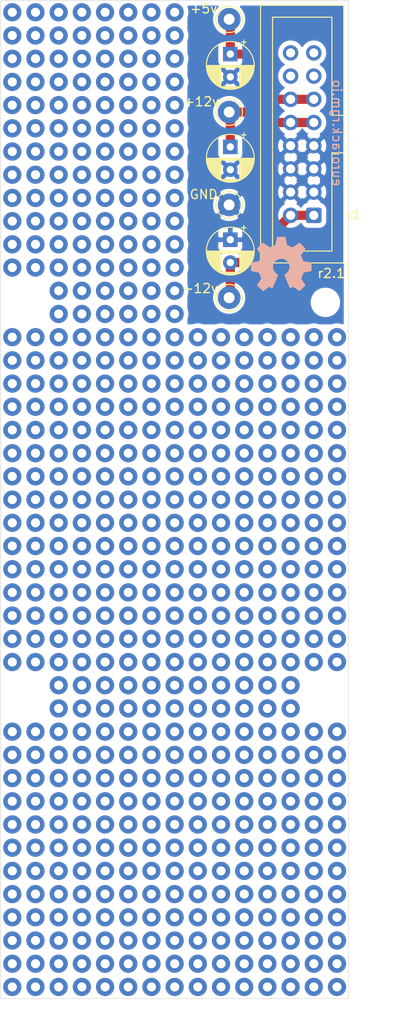
<source format=kicad_pcb>
(kicad_pcb (version 20171130) (host pcbnew 5.99.0+really5.1.12+dfsg1-1)
  (title_block (title "Eurorack prototype 8HP with power") (date 2022-01-23) (rev 2.1))
  (layers (0 F.Cu signal) (31 B.Cu signal) (34 B.Paste user) (35 F.Paste user) (36 B.SilkS user) (37 F.SilkS user) (38 B.Mask user) (39 F.Mask user) (44 Edge.Cuts user))
  (net 0 "")
  (net 1 GND)
  (net 2 +5V)
  (net 3 +12V)
  (net 4 -12V)
  (module eurorack:Pad (layer F.Cu) (at 148.59 39.37)
    (fp_text reference REF** hide)
    (fp_text value Pad hide)
    (pad 1 thru_hole circle (at 0 0) (size 2 2) (drill 1) (layers *.Cu *.Mask))
  )
  (module eurorack:Pad (layer F.Cu) (at 146.05 49.53)
    (fp_text reference REF** hide)
    (fp_text value Pad hide)
    (pad 1 thru_hole circle (at 0 0) (size 2 2) (drill 1) (layers *.Cu *.Mask))
  )
  (module eurorack:Pad (layer F.Cu) (at 148.59 41.91)
    (fp_text reference REF** hide)
    (fp_text value Pad hide)
    (pad 1 thru_hole circle (at 0 0) (size 2 2) (drill 1) (layers *.Cu *.Mask))
  )
  (module eurorack:Pad (layer F.Cu) (at 148.59 49.53)
    (fp_text reference REF** hide)
    (fp_text value Pad hide)
    (pad 1 thru_hole circle (at 0 0) (size 2 2) (drill 1) (layers *.Cu *.Mask))
  )
  (module eurorack:Pad (layer F.Cu) (at 146.05 52.07)
    (fp_text reference REF** hide)
    (fp_text value Pad hide)
    (pad 1 thru_hole circle (at 0 0) (size 2 2) (drill 1) (layers *.Cu *.Mask))
  )
  (module eurorack:Pad (layer F.Cu) (at 146.05 39.37)
    (fp_text reference REF** hide)
    (fp_text value Pad hide)
    (pad 1 thru_hole circle (at 0 0) (size 2 2) (drill 1) (layers *.Cu *.Mask))
  )
  (module eurorack:Pad (layer F.Cu) (at 146.05 46.99)
    (fp_text reference REF** hide)
    (fp_text value Pad hide)
    (pad 1 thru_hole circle (at 0 0) (size 2 2) (drill 1) (layers *.Cu *.Mask))
  )
  (module eurorack:Pad (layer F.Cu) (at 148.59 52.07)
    (fp_text reference REF** hide)
    (fp_text value Pad hide)
    (pad 1 thru_hole circle (at 0 0) (size 2 2) (drill 1) (layers *.Cu *.Mask))
  )
  (module eurorack:Pad (layer F.Cu) (at 148.59 44.45)
    (fp_text reference REF** hide)
    (fp_text value Pad hide)
    (pad 1 thru_hole circle (at 0 0) (size 2 2) (drill 1) (layers *.Cu *.Mask))
  )
  (module eurorack:Pad (layer F.Cu) (at 146.05 44.45)
    (fp_text reference REF** hide)
    (fp_text value Pad hide)
    (pad 1 thru_hole circle (at 0 0) (size 2 2) (drill 1) (layers *.Cu *.Mask))
  )
  (module eurorack:Pad (layer F.Cu) (at 146.05 41.91)
    (fp_text reference REF** hide)
    (fp_text value Pad hide)
    (pad 1 thru_hole circle (at 0 0) (size 2 2) (drill 1) (layers *.Cu *.Mask))
  )
  (module eurorack:Pad (layer F.Cu) (at 148.59 46.99)
    (fp_text reference REF** hide)
    (fp_text value Pad hide)
    (pad 1 thru_hole circle (at 0 0) (size 2 2) (drill 1) (layers *.Cu *.Mask))
  )
  (module eurorack:Pad (layer F.Cu) (at 140.97 41.91)
    (fp_text reference REF** hide)
    (fp_text value Pad hide)
    (pad 1 thru_hole circle (at 0 0) (size 2 2) (drill 1) (layers *.Cu *.Mask))
  )
  (module eurorack:Pad (layer F.Cu) (at 138.43 44.45)
    (fp_text reference REF** hide)
    (fp_text value Pad hide)
    (pad 1 thru_hole circle (at 0 0) (size 2 2) (drill 1) (layers *.Cu *.Mask))
  )
  (module eurorack:Pad (layer F.Cu) (at 143.51 41.91)
    (fp_text reference REF** hide)
    (fp_text value Pad hide)
    (pad 1 thru_hole circle (at 0 0) (size 2 2) (drill 1) (layers *.Cu *.Mask))
  )
  (module eurorack:Pad (layer F.Cu) (at 140.97 44.45)
    (fp_text reference REF** hide)
    (fp_text value Pad hide)
    (pad 1 thru_hole circle (at 0 0) (size 2 2) (drill 1) (layers *.Cu *.Mask))
  )
  (module eurorack:Pad (layer F.Cu) (at 140.97 39.37)
    (fp_text reference REF** hide)
    (fp_text value Pad hide)
    (pad 1 thru_hole circle (at 0 0) (size 2 2) (drill 1) (layers *.Cu *.Mask))
  )
  (module eurorack:Pad (layer F.Cu) (at 143.51 44.45)
    (fp_text reference REF** hide)
    (fp_text value Pad hide)
    (pad 1 thru_hole circle (at 0 0) (size 2 2) (drill 1) (layers *.Cu *.Mask))
  )
  (module eurorack:Pad (layer F.Cu) (at 143.51 39.37)
    (fp_text reference REF** hide)
    (fp_text value Pad hide)
    (pad 1 thru_hole circle (at 0 0) (size 2 2) (drill 1) (layers *.Cu *.Mask))
  )
  (module eurorack:Pad (layer F.Cu) (at 138.43 41.91)
    (fp_text reference REF** hide)
    (fp_text value Pad hide)
    (pad 1 thru_hole circle (at 0 0) (size 2 2) (drill 1) (layers *.Cu *.Mask))
  )
  (module eurorack:Pad (layer F.Cu) (at 138.43 39.37)
    (fp_text reference REF** hide)
    (fp_text value Pad hide)
    (pad 1 thru_hole circle (at 0 0) (size 2 2) (drill 1) (layers *.Cu *.Mask))
  )
  (module eurorack:Pad (layer F.Cu) (at 143.51 49.53)
    (fp_text reference REF** hide)
    (fp_text value Pad hide)
    (pad 1 thru_hole circle (at 0 0) (size 2 2) (drill 1) (layers *.Cu *.Mask))
  )
  (module eurorack:Pad (layer F.Cu) (at 143.51 52.07)
    (fp_text reference REF** hide)
    (fp_text value Pad hide)
    (pad 1 thru_hole circle (at 0 0) (size 2 2) (drill 1) (layers *.Cu *.Mask))
  )
  (module eurorack:Pad (layer F.Cu) (at 140.97 46.99)
    (fp_text reference REF** hide)
    (fp_text value Pad hide)
    (pad 1 thru_hole circle (at 0 0) (size 2 2) (drill 1) (layers *.Cu *.Mask))
  )
  (module eurorack:Pad (layer F.Cu) (at 138.43 46.99)
    (fp_text reference REF** hide)
    (fp_text value Pad hide)
    (pad 1 thru_hole circle (at 0 0) (size 2 2) (drill 1) (layers *.Cu *.Mask))
  )
  (module eurorack:Pad (layer F.Cu) (at 138.43 52.07)
    (fp_text reference REF** hide)
    (fp_text value Pad hide)
    (pad 1 thru_hole circle (at 0 0) (size 2 2) (drill 1) (layers *.Cu *.Mask))
  )
  (module eurorack:Pad (layer F.Cu) (at 140.97 49.53)
    (fp_text reference REF** hide)
    (fp_text value Pad hide)
    (pad 1 thru_hole circle (at 0 0) (size 2 2) (drill 1) (layers *.Cu *.Mask))
  )
  (module eurorack:Pad (layer F.Cu) (at 138.43 49.53)
    (fp_text reference REF** hide)
    (fp_text value Pad hide)
    (pad 1 thru_hole circle (at 0 0) (size 2 2) (drill 1) (layers *.Cu *.Mask))
  )
  (module eurorack:Pad (layer F.Cu) (at 140.97 52.07)
    (fp_text reference REF** hide)
    (fp_text value Pad hide)
    (pad 1 thru_hole circle (at 0 0) (size 2 2) (drill 1) (layers *.Cu *.Mask))
  )
  (module eurorack:Pad (layer F.Cu) (at 143.51 46.99)
    (fp_text reference REF** hide)
    (fp_text value Pad hide)
    (pad 1 thru_hole circle (at 0 0) (size 2 2) (drill 1) (layers *.Cu *.Mask))
  )
  (module eurorack:Pad (layer F.Cu) (at 130.81 44.45)
    (fp_text reference REF** hide)
    (fp_text value Pad hide)
    (pad 1 thru_hole circle (at 0 0) (size 2 2) (drill 1) (layers *.Cu *.Mask))
  )
  (module eurorack:Pad (layer F.Cu) (at 133.35 41.91)
    (fp_text reference REF** hide)
    (fp_text value Pad hide)
    (pad 1 thru_hole circle (at 0 0) (size 2 2) (drill 1) (layers *.Cu *.Mask))
  )
  (module eurorack:Pad (layer F.Cu) (at 135.89 44.45)
    (fp_text reference REF** hide)
    (fp_text value Pad hide)
    (pad 1 thru_hole circle (at 0 0) (size 2 2) (drill 1) (layers *.Cu *.Mask))
  )
  (module eurorack:Pad (layer F.Cu) (at 130.81 39.37)
    (fp_text reference REF** hide)
    (fp_text value Pad hide)
    (pad 1 thru_hole circle (at 0 0) (size 2 2) (drill 1) (layers *.Cu *.Mask))
  )
  (module eurorack:Pad (layer F.Cu) (at 135.89 41.91)
    (fp_text reference REF** hide)
    (fp_text value Pad hide)
    (pad 1 thru_hole circle (at 0 0) (size 2 2) (drill 1) (layers *.Cu *.Mask))
  )
  (module eurorack:Pad (layer F.Cu) (at 133.35 44.45)
    (fp_text reference REF** hide)
    (fp_text value Pad hide)
    (pad 1 thru_hole circle (at 0 0) (size 2 2) (drill 1) (layers *.Cu *.Mask))
  )
  (module eurorack:Pad (layer F.Cu) (at 135.89 39.37)
    (fp_text reference REF** hide)
    (fp_text value Pad hide)
    (pad 1 thru_hole circle (at 0 0) (size 2 2) (drill 1) (layers *.Cu *.Mask))
  )
  (module eurorack:Pad (layer F.Cu) (at 133.35 39.37)
    (fp_text reference REF** hide)
    (fp_text value Pad hide)
    (pad 1 thru_hole circle (at 0 0) (size 2 2) (drill 1) (layers *.Cu *.Mask))
  )
  (module eurorack:Pad (layer F.Cu) (at 130.81 41.91)
    (fp_text reference REF** hide)
    (fp_text value Pad hide)
    (pad 1 thru_hole circle (at 0 0) (size 2 2) (drill 1) (layers *.Cu *.Mask))
  )
  (module eurorack:Pad (layer F.Cu) (at 130.81 52.07)
    (fp_text reference REF** hide)
    (fp_text value Pad hide)
    (pad 1 thru_hole circle (at 0 0) (size 2 2) (drill 1) (layers *.Cu *.Mask))
  )
  (module eurorack:Pad (layer F.Cu) (at 133.35 49.53)
    (fp_text reference REF** hide)
    (fp_text value Pad hide)
    (pad 1 thru_hole circle (at 0 0) (size 2 2) (drill 1) (layers *.Cu *.Mask))
  )
  (module eurorack:Pad (layer F.Cu) (at 135.89 49.53)
    (fp_text reference REF** hide)
    (fp_text value Pad hide)
    (pad 1 thru_hole circle (at 0 0) (size 2 2) (drill 1) (layers *.Cu *.Mask))
  )
  (module eurorack:Pad (layer F.Cu) (at 135.89 46.99)
    (fp_text reference REF** hide)
    (fp_text value Pad hide)
    (pad 1 thru_hole circle (at 0 0) (size 2 2) (drill 1) (layers *.Cu *.Mask))
  )
  (module eurorack:Pad (layer F.Cu) (at 130.81 49.53)
    (fp_text reference REF** hide)
    (fp_text value Pad hide)
    (pad 1 thru_hole circle (at 0 0) (size 2 2) (drill 1) (layers *.Cu *.Mask))
  )
  (module eurorack:Pad (layer F.Cu) (at 130.81 46.99)
    (fp_text reference REF** hide)
    (fp_text value Pad hide)
    (pad 1 thru_hole circle (at 0 0) (size 2 2) (drill 1) (layers *.Cu *.Mask))
  )
  (module eurorack:Pad (layer F.Cu) (at 133.35 46.99)
    (fp_text reference REF** hide)
    (fp_text value Pad hide)
    (pad 1 thru_hole circle (at 0 0) (size 2 2) (drill 1) (layers *.Cu *.Mask))
  )
  (module eurorack:Pad (layer F.Cu) (at 135.89 52.07)
    (fp_text reference REF** hide)
    (fp_text value Pad hide)
    (pad 1 thru_hole circle (at 0 0) (size 2 2) (drill 1) (layers *.Cu *.Mask))
  )
  (module eurorack:Pad (layer F.Cu) (at 133.35 52.07)
    (fp_text reference REF** hide)
    (fp_text value Pad hide)
    (pad 1 thru_hole circle (at 0 0) (size 2 2) (drill 1) (layers *.Cu *.Mask))
  )
  (module TestPoint:TestPoint_THTPad_D2.5mm_Drill1.2mm (layer F.Cu) (at 154.559 70.612 270)
    (fp_text reference TP4 hide)
    (fp_text value -12v (at -1.016 3.175 180) (layer F.SilkS))
    (pad 1 thru_hole circle (at 0 0 270) (size 2.5 2.5) (drill 1.2) (layers *.Cu *.Mask) (net 4 -12V))
  )
  (module TestPoint:TestPoint_THTPad_D2.5mm_Drill1.2mm (layer F.Cu) (at 154.559 60.452 270)
    (fp_text reference TP3 hide)
    (fp_text value GND (at -1.143 2.794 180) (layer F.SilkS))
    (pad 1 thru_hole circle (at 0 0 270) (size 2.5 2.5) (drill 1.2) (layers *.Cu *.Mask) (net 1 GND))
  )
  (module TestPoint:TestPoint_THTPad_D2.5mm_Drill1.2mm (layer F.Cu) (at 154.559 50.292 270)
    (fp_text reference TP2 hide)
    (fp_text value +12v (at -1.143 3.048 180) (layer F.SilkS))
    (pad 1 thru_hole circle (at 0 0 270) (size 2.5 2.5) (drill 1.2) (layers *.Cu *.Mask) (net 3 +12V))
  )
  (module TestPoint:TestPoint_THTPad_D2.5mm_Drill1.2mm (layer F.Cu) (at 154.559 40.132 270)
    (fp_text reference TP1 hide)
    (fp_text value +5v (at -1.143 2.794 180) (layer F.SilkS))
    (pad 1 thru_hole circle (at 0 0 270) (size 2.5 2.5) (drill 1.2) (layers *.Cu *.Mask) (net 2 +5V))
  )
  (module Connector_IDC:IDC-Header_2x08_P2.54mm_Vertical (layer F.Cu) (at 163.83 61.595 180)
    (fp_text reference J1 hide)
    (fp_text value "IDC Header 2x8")
    (pad 16 thru_hole circle (at 2.54 17.78 180) (size 1.7 1.7) (drill 1) (layers *.Cu *.Mask))
    (pad 14 thru_hole circle (at 2.54 15.24 180) (size 1.7 1.7) (drill 1) (layers *.Cu *.Mask))
    (pad 12 thru_hole circle (at 2.54 12.7 180) (size 1.7 1.7) (drill 1) (layers *.Cu *.Mask) (net 2 +5V))
    (pad 10 thru_hole circle (at 2.54 10.16 180) (size 1.7 1.7) (drill 1) (layers *.Cu *.Mask) (net 3 +12V))
    (pad 8 thru_hole circle (at 2.54 7.62 180) (size 1.7 1.7) (drill 1) (layers *.Cu *.Mask) (net 1 GND))
    (pad 6 thru_hole circle (at 2.54 5.08 180) (size 1.7 1.7) (drill 1) (layers *.Cu *.Mask) (net 1 GND))
    (pad 4 thru_hole circle (at 2.54 2.54 180) (size 1.7 1.7) (drill 1) (layers *.Cu *.Mask) (net 1 GND))
    (pad 2 thru_hole circle (at 2.54 0 180) (size 1.7 1.7) (drill 1) (layers *.Cu *.Mask) (net 4 -12V))
    (pad 15 thru_hole circle (at 0 17.78 180) (size 1.7 1.7) (drill 1) (layers *.Cu *.Mask))
    (pad 13 thru_hole circle (at 0 15.24 180) (size 1.7 1.7) (drill 1) (layers *.Cu *.Mask))
    (pad 11 thru_hole circle (at 0 12.7 180) (size 1.7 1.7) (drill 1) (layers *.Cu *.Mask) (net 2 +5V))
    (pad 9 thru_hole circle (at 0 10.16 180) (size 1.7 1.7) (drill 1) (layers *.Cu *.Mask) (net 3 +12V))
    (pad 7 thru_hole circle (at 0 7.62 180) (size 1.7 1.7) (drill 1) (layers *.Cu *.Mask) (net 1 GND))
    (pad 5 thru_hole circle (at 0 5.08 180) (size 1.7 1.7) (drill 1) (layers *.Cu *.Mask) (net 1 GND))
    (pad 3 thru_hole circle (at 0 2.54 180) (size 1.7 1.7) (drill 1) (layers *.Cu *.Mask) (net 1 GND))
    (pad 1 thru_hole roundrect (at 0 0 180) (size 1.7 1.7) (drill 1) (layers *.Cu *.Mask) (roundrect_rratio 0.1470588235294118) (net 4 -12V))
  )
  (module Capacitor_THT:CP_Radial_D5.0mm_P2.50mm (layer F.Cu) (at 154.686 64.262 270)
    (fp_text reference C3 hide)
    (fp_text value CP)
    (pad 2 thru_hole circle (at 2.5 0 270) (size 1.6 1.6) (drill 0.8) (layers *.Cu *.Mask) (net 4 -12V))
    (pad 1 thru_hole rect (at 0 0 270) (size 1.6 1.6) (drill 0.8) (layers *.Cu *.Mask) (net 1 GND))
  )
  (module Capacitor_THT:CP_Radial_D5.0mm_P2.50mm (layer F.Cu) (at 154.686 54.102 270)
    (fp_text reference C2 hide)
    (fp_text value CP)
    (pad 2 thru_hole circle (at 2.5 0 270) (size 1.6 1.6) (drill 0.8) (layers *.Cu *.Mask) (net 1 GND))
    (pad 1 thru_hole rect (at 0 0 270) (size 1.6 1.6) (drill 0.8) (layers *.Cu *.Mask) (net 3 +12V))
  )
  (module Capacitor_THT:CP_Radial_D5.0mm_P2.50mm (layer F.Cu) (at 154.686 43.942 270)
    (fp_text reference C1 hide)
    (fp_text value CP)
    (pad 2 thru_hole circle (at 2.5 0 270) (size 1.6 1.6) (drill 0.8) (layers *.Cu *.Mask) (net 1 GND))
    (pad 1 thru_hole rect (at 0 0 270) (size 1.6 1.6) (drill 0.8) (layers *.Cu *.Mask) (net 2 +5V))
  )
  (module Symbol:OSHW-Symbol_6.7x6mm_SilkScreen (layer B.Cu) (at 160.274 66.929 180)
    (fp_text reference REF** hide)
    (fp_text value OSHW-Symbol_6.7x6mm_SilkScreen hide)
  )
  (module eurorack:Pad (layer F.Cu) (at 166.37 74.93)
    (fp_text reference REF** hide)
    (fp_text value Pad hide)
    (pad 1 thru_hole circle (at 0 0) (size 2 2) (drill 1) (layers *.Cu *.Mask))
  )
  (module eurorack:Pad (layer F.Cu) (at 163.83 74.93)
    (fp_text reference REF** hide)
    (fp_text value Pad hide)
    (pad 1 thru_hole circle (at 0 0) (size 2 2) (drill 1) (layers *.Cu *.Mask))
  )
  (module eurorack:Pad (layer F.Cu) (at 130.81 74.93)
    (fp_text reference REF** hide)
    (fp_text value Pad hide)
    (pad 1 thru_hole circle (at 0 0) (size 2 2) (drill 1) (layers *.Cu *.Mask))
  )
  (module eurorack:Pad (layer F.Cu) (at 133.35 74.93)
    (fp_text reference REF** hide)
    (fp_text value Pad hide)
    (pad 1 thru_hole circle (at 0 0) (size 2 2) (drill 1) (layers *.Cu *.Mask))
  )
  (module eurorack:Pad (layer F.Cu) (at 163.83 110.49)
    (fp_text reference REF** hide)
    (fp_text value Pad hide)
    (pad 1 thru_hole circle (at 0 0) (size 2 2) (drill 1) (layers *.Cu *.Mask))
  )
  (module eurorack:Pad (layer F.Cu) (at 166.37 110.49)
    (fp_text reference REF** hide)
    (fp_text value Pad hide)
    (pad 1 thru_hole circle (at 0 0) (size 2 2) (drill 1) (layers *.Cu *.Mask))
  )
  (module eurorack:Pad (layer F.Cu) (at 133.35 110.49)
    (fp_text reference REF** hide)
    (fp_text value Pad hide)
    (pad 1 thru_hole circle (at 0 0) (size 2 2) (drill 1) (layers *.Cu *.Mask))
  )
  (module eurorack:Pad (layer F.Cu) (at 130.81 110.49)
    (fp_text reference REF** hide)
    (fp_text value Pad hide)
    (pad 1 thru_hole circle (at 0 0) (size 2 2) (drill 1) (layers *.Cu *.Mask))
  )
  (module eurorack:Pad (layer F.Cu) (at 135.89 146.05)
    (fp_text reference REF** hide)
    (fp_text value Pad hide)
    (pad 1 thru_hole circle (at 0 0) (size 2 2) (drill 1) (layers *.Cu *.Mask))
  )
  (module eurorack:Pad (layer F.Cu) (at 166.37 146.05)
    (fp_text reference REF** hide)
    (fp_text value Pad hide)
    (pad 1 thru_hole circle (at 0 0) (size 2 2) (drill 1) (layers *.Cu *.Mask))
  )
  (module eurorack:Pad (layer F.Cu) (at 158.75 146.05)
    (fp_text reference REF** hide)
    (fp_text value Pad hide)
    (pad 1 thru_hole circle (at 0 0) (size 2 2) (drill 1) (layers *.Cu *.Mask))
  )
  (module eurorack:Pad (layer F.Cu) (at 140.97 146.05)
    (fp_text reference REF** hide)
    (fp_text value Pad hide)
    (pad 1 thru_hole circle (at 0 0) (size 2 2) (drill 1) (layers *.Cu *.Mask))
  )
  (module eurorack:Pad (layer F.Cu) (at 143.51 146.05)
    (fp_text reference REF** hide)
    (fp_text value Pad hide)
    (pad 1 thru_hole circle (at 0 0) (size 2 2) (drill 1) (layers *.Cu *.Mask))
  )
  (module eurorack:Pad (layer F.Cu) (at 133.35 146.05)
    (fp_text reference REF** hide)
    (fp_text value Pad hide)
    (pad 1 thru_hole circle (at 0 0) (size 2 2) (drill 1) (layers *.Cu *.Mask))
  )
  (module eurorack:Pad (layer F.Cu) (at 163.83 146.05)
    (fp_text reference REF** hide)
    (fp_text value Pad hide)
    (pad 1 thru_hole circle (at 0 0) (size 2 2) (drill 1) (layers *.Cu *.Mask))
  )
  (module eurorack:Pad (layer F.Cu) (at 161.29 146.05)
    (fp_text reference REF** hide)
    (fp_text value Pad hide)
    (pad 1 thru_hole circle (at 0 0) (size 2 2) (drill 1) (layers *.Cu *.Mask))
  )
  (module eurorack:Pad (layer F.Cu) (at 148.59 146.05)
    (fp_text reference REF** hide)
    (fp_text value Pad hide)
    (pad 1 thru_hole circle (at 0 0) (size 2 2) (drill 1) (layers *.Cu *.Mask))
  )
  (module eurorack:Pad (layer F.Cu) (at 151.13 146.05)
    (fp_text reference REF** hide)
    (fp_text value Pad hide)
    (pad 1 thru_hole circle (at 0 0) (size 2 2) (drill 1) (layers *.Cu *.Mask))
  )
  (module eurorack:Pad (layer F.Cu) (at 130.81 146.05)
    (fp_text reference REF** hide)
    (fp_text value Pad hide)
    (pad 1 thru_hole circle (at 0 0) (size 2 2) (drill 1) (layers *.Cu *.Mask))
  )
  (module eurorack:Pad (layer F.Cu) (at 153.67 146.05)
    (fp_text reference REF** hide)
    (fp_text value Pad hide)
    (pad 1 thru_hole circle (at 0 0) (size 2 2) (drill 1) (layers *.Cu *.Mask))
  )
  (module eurorack:Pad (layer F.Cu) (at 156.21 146.05)
    (fp_text reference REF** hide)
    (fp_text value Pad hide)
    (pad 1 thru_hole circle (at 0 0) (size 2 2) (drill 1) (layers *.Cu *.Mask))
  )
  (module eurorack:Pad (layer F.Cu) (at 146.05 146.05)
    (fp_text reference REF** hide)
    (fp_text value Pad hide)
    (pad 1 thru_hole circle (at 0 0) (size 2 2) (drill 1) (layers *.Cu *.Mask))
  )
  (module eurorack:Pad (layer F.Cu) (at 138.43 146.05)
    (fp_text reference REF** hide)
    (fp_text value Pad hide)
    (pad 1 thru_hole circle (at 0 0) (size 2 2) (drill 1) (layers *.Cu *.Mask))
  )
  (module eurorack:Pad (layer F.Cu) (at 166.37 120.65)
    (fp_text reference REF** hide)
    (fp_text value Pad hide)
    (pad 1 thru_hole circle (at 0 0) (size 2 2) (drill 1) (layers *.Cu *.Mask))
  )
  (module eurorack:Pad (layer F.Cu) (at 166.37 138.43)
    (fp_text reference REF** hide)
    (fp_text value Pad hide)
    (pad 1 thru_hole circle (at 0 0) (size 2 2) (drill 1) (layers *.Cu *.Mask))
  )
  (module eurorack:Pad (layer F.Cu) (at 166.37 125.73)
    (fp_text reference REF** hide)
    (fp_text value Pad hide)
    (pad 1 thru_hole circle (at 0 0) (size 2 2) (drill 1) (layers *.Cu *.Mask))
  )
  (module eurorack:Pad (layer F.Cu) (at 166.37 123.19)
    (fp_text reference REF** hide)
    (fp_text value Pad hide)
    (pad 1 thru_hole circle (at 0 0) (size 2 2) (drill 1) (layers *.Cu *.Mask))
  )
  (module eurorack:Pad (layer F.Cu) (at 166.37 130.81)
    (fp_text reference REF** hide)
    (fp_text value Pad hide)
    (pad 1 thru_hole circle (at 0 0) (size 2 2) (drill 1) (layers *.Cu *.Mask))
  )
  (module eurorack:Pad (layer F.Cu) (at 166.37 118.11)
    (fp_text reference REF** hide)
    (fp_text value Pad hide)
    (pad 1 thru_hole circle (at 0 0) (size 2 2) (drill 1) (layers *.Cu *.Mask))
  )
  (module eurorack:Pad (layer F.Cu) (at 166.37 128.27)
    (fp_text reference REF** hide)
    (fp_text value Pad hide)
    (pad 1 thru_hole circle (at 0 0) (size 2 2) (drill 1) (layers *.Cu *.Mask))
  )
  (module eurorack:Pad (layer F.Cu) (at 166.37 143.51)
    (fp_text reference REF** hide)
    (fp_text value Pad hide)
    (pad 1 thru_hole circle (at 0 0) (size 2 2) (drill 1) (layers *.Cu *.Mask))
  )
  (module eurorack:Pad (layer F.Cu) (at 166.37 140.97)
    (fp_text reference REF** hide)
    (fp_text value Pad hide)
    (pad 1 thru_hole circle (at 0 0) (size 2 2) (drill 1) (layers *.Cu *.Mask))
  )
  (module eurorack:Pad (layer F.Cu) (at 166.37 135.89)
    (fp_text reference REF** hide)
    (fp_text value Pad hide)
    (pad 1 thru_hole circle (at 0 0) (size 2 2) (drill 1) (layers *.Cu *.Mask))
  )
  (module eurorack:Pad (layer F.Cu) (at 166.37 133.35)
    (fp_text reference REF** hide)
    (fp_text value Pad hide)
    (pad 1 thru_hole circle (at 0 0) (size 2 2) (drill 1) (layers *.Cu *.Mask))
  )
  (module eurorack:Pad (layer F.Cu) (at 161.29 110.49)
    (fp_text reference REF** hide)
    (fp_text value Pad hide)
    (pad 1 thru_hole circle (at 0 0) (size 2 2) (drill 1) (layers *.Cu *.Mask))
  )
  (module eurorack:Pad (layer F.Cu) (at 161.29 113.03)
    (fp_text reference REF** hide)
    (fp_text value Pad hide)
    (pad 1 thru_hole circle (at 0 0) (size 2 2) (drill 1) (layers *.Cu *.Mask))
  )
  (module eurorack:Pad (layer F.Cu) (at 166.37 95.25)
    (fp_text reference REF** hide)
    (fp_text value Pad hide)
    (pad 1 thru_hole circle (at 0 0) (size 2 2) (drill 1) (layers *.Cu *.Mask))
  )
  (module eurorack:Pad (layer F.Cu) (at 166.37 90.17)
    (fp_text reference REF** hide)
    (fp_text value Pad hide)
    (pad 1 thru_hole circle (at 0 0) (size 2 2) (drill 1) (layers *.Cu *.Mask))
  )
  (module eurorack:Pad (layer F.Cu) (at 166.37 100.33)
    (fp_text reference REF** hide)
    (fp_text value Pad hide)
    (pad 1 thru_hole circle (at 0 0) (size 2 2) (drill 1) (layers *.Cu *.Mask))
  )
  (module eurorack:Pad (layer F.Cu) (at 166.37 77.47)
    (fp_text reference REF** hide)
    (fp_text value Pad hide)
    (pad 1 thru_hole circle (at 0 0) (size 2 2) (drill 1) (layers *.Cu *.Mask))
  )
  (module eurorack:Pad (layer F.Cu) (at 166.37 102.87)
    (fp_text reference REF** hide)
    (fp_text value Pad hide)
    (pad 1 thru_hole circle (at 0 0) (size 2 2) (drill 1) (layers *.Cu *.Mask))
  )
  (module eurorack:Pad (layer F.Cu) (at 166.37 105.41)
    (fp_text reference REF** hide)
    (fp_text value Pad hide)
    (pad 1 thru_hole circle (at 0 0) (size 2 2) (drill 1) (layers *.Cu *.Mask))
  )
  (module eurorack:Pad (layer F.Cu) (at 166.37 82.55)
    (fp_text reference REF** hide)
    (fp_text value Pad hide)
    (pad 1 thru_hole circle (at 0 0) (size 2 2) (drill 1) (layers *.Cu *.Mask))
  )
  (module eurorack:Pad (layer F.Cu) (at 166.37 107.95)
    (fp_text reference REF** hide)
    (fp_text value Pad hide)
    (pad 1 thru_hole circle (at 0 0) (size 2 2) (drill 1) (layers *.Cu *.Mask))
  )
  (module eurorack:Pad (layer F.Cu) (at 166.37 97.79)
    (fp_text reference REF** hide)
    (fp_text value Pad hide)
    (pad 1 thru_hole circle (at 0 0) (size 2 2) (drill 1) (layers *.Cu *.Mask))
  )
  (module eurorack:Pad (layer F.Cu) (at 166.37 92.71)
    (fp_text reference REF** hide)
    (fp_text value Pad hide)
    (pad 1 thru_hole circle (at 0 0) (size 2 2) (drill 1) (layers *.Cu *.Mask))
  )
  (module eurorack:Pad (layer F.Cu) (at 166.37 85.09)
    (fp_text reference REF** hide)
    (fp_text value Pad hide)
    (pad 1 thru_hole circle (at 0 0) (size 2 2) (drill 1) (layers *.Cu *.Mask))
  )
  (module eurorack:Pad (layer F.Cu) (at 166.37 87.63)
    (fp_text reference REF** hide)
    (fp_text value Pad hide)
    (pad 1 thru_hole circle (at 0 0) (size 2 2) (drill 1) (layers *.Cu *.Mask))
  )
  (module eurorack:Pad (layer F.Cu) (at 166.37 80.01)
    (fp_text reference REF** hide)
    (fp_text value Pad hide)
    (pad 1 thru_hole circle (at 0 0) (size 2 2) (drill 1) (layers *.Cu *.Mask))
  )
  (module eurorack:Pad (layer F.Cu) (at 161.29 74.93)
    (fp_text reference REF** hide)
    (fp_text value Pad hide)
    (pad 1 thru_hole circle (at 0 0) (size 2 2) (drill 1) (layers *.Cu *.Mask))
  )
  (module MountingHole:MountingHole_2.2mm_M2 (layer F.Cu) (at 165.1 71.12)
    (fp_text reference REF** hide)
    (fp_text value MountingHole_2.2mm_M2 hide)
    (pad 1 np_thru_hole circle (at 0 0) (size 2.2 2.2) (drill 2.2) (layers *.Cu *.Mask))
  )
  (module MountingHole:MountingHole_2.2mm_M2 (layer F.Cu) (at 132.08 71.12)
    (fp_text reference REF** hide)
    (fp_text value MountingHole_2.2mm_M2 hide)
    (pad 1 np_thru_hole circle (at 0 0) (size 2.2 2.2) (drill 2.2) (layers *.Cu *.Mask))
  )
  (module MountingHole:MountingHole_2.2mm_M2 (layer F.Cu) (at 132.08 114.3)
    (fp_text reference REF** hide)
    (fp_text value MountingHole_2.2mm_M2 hide)
    (pad 1 np_thru_hole circle (at 0 0) (size 2.2 2.2) (drill 2.2) (layers *.Cu *.Mask))
  )
  (module MountingHole:MountingHole_2.2mm_M2 (layer F.Cu) (at 165.1 114.3)
    (fp_text reference REF** hide)
    (fp_text value MountingHole_2.2mm_M2 hide)
    (pad 1 np_thru_hole circle (at 0 0) (size 2.2 2.2) (drill 2.2) (layers *.Cu *.Mask))
  )
  (module eurorack:Pad (layer F.Cu) (at 143.51 143.51)
    (fp_text reference REF** hide)
    (fp_text value Pad hide)
    (pad 1 thru_hole circle (at 0 0) (size 2 2) (drill 1) (layers *.Cu *.Mask))
  )
  (module eurorack:Pad (layer F.Cu) (at 158.75 143.51)
    (fp_text reference REF** hide)
    (fp_text value Pad hide)
    (pad 1 thru_hole circle (at 0 0) (size 2 2) (drill 1) (layers *.Cu *.Mask))
  )
  (module eurorack:Pad (layer F.Cu) (at 163.83 143.51)
    (fp_text reference REF** hide)
    (fp_text value Pad hide)
    (pad 1 thru_hole circle (at 0 0) (size 2 2) (drill 1) (layers *.Cu *.Mask))
  )
  (module eurorack:Pad (layer F.Cu) (at 146.05 138.43)
    (fp_text reference REF** hide)
    (fp_text value Pad hide)
    (pad 1 thru_hole circle (at 0 0) (size 2 2) (drill 1) (layers *.Cu *.Mask))
  )
  (module eurorack:Pad (layer F.Cu) (at 138.43 138.43)
    (fp_text reference REF** hide)
    (fp_text value Pad hide)
    (pad 1 thru_hole circle (at 0 0) (size 2 2) (drill 1) (layers *.Cu *.Mask))
  )
  (module eurorack:Pad (layer F.Cu) (at 153.67 143.51)
    (fp_text reference REF** hide)
    (fp_text value Pad hide)
    (pad 1 thru_hole circle (at 0 0) (size 2 2) (drill 1) (layers *.Cu *.Mask))
  )
  (module eurorack:Pad (layer F.Cu) (at 130.81 140.97)
    (fp_text reference REF** hide)
    (fp_text value Pad hide)
    (pad 1 thru_hole circle (at 0 0) (size 2 2) (drill 1) (layers *.Cu *.Mask))
  )
  (module eurorack:Pad (layer F.Cu) (at 161.29 140.97)
    (fp_text reference REF** hide)
    (fp_text value Pad hide)
    (pad 1 thru_hole circle (at 0 0) (size 2 2) (drill 1) (layers *.Cu *.Mask))
  )
  (module eurorack:Pad (layer F.Cu) (at 153.67 140.97)
    (fp_text reference REF** hide)
    (fp_text value Pad hide)
    (pad 1 thru_hole circle (at 0 0) (size 2 2) (drill 1) (layers *.Cu *.Mask))
  )
  (module eurorack:Pad (layer F.Cu) (at 151.13 138.43)
    (fp_text reference REF** hide)
    (fp_text value Pad hide)
    (pad 1 thru_hole circle (at 0 0) (size 2 2) (drill 1) (layers *.Cu *.Mask))
  )
  (module eurorack:Pad (layer F.Cu) (at 156.21 143.51)
    (fp_text reference REF** hide)
    (fp_text value Pad hide)
    (pad 1 thru_hole circle (at 0 0) (size 2 2) (drill 1) (layers *.Cu *.Mask))
  )
  (module eurorack:Pad (layer F.Cu) (at 135.89 138.43)
    (fp_text reference REF** hide)
    (fp_text value Pad hide)
    (pad 1 thru_hole circle (at 0 0) (size 2 2) (drill 1) (layers *.Cu *.Mask))
  )
  (module eurorack:Pad (layer F.Cu) (at 138.43 143.51)
    (fp_text reference REF** hide)
    (fp_text value Pad hide)
    (pad 1 thru_hole circle (at 0 0) (size 2 2) (drill 1) (layers *.Cu *.Mask))
  )
  (module eurorack:Pad (layer F.Cu) (at 140.97 143.51)
    (fp_text reference REF** hide)
    (fp_text value Pad hide)
    (pad 1 thru_hole circle (at 0 0) (size 2 2) (drill 1) (layers *.Cu *.Mask))
  )
  (module eurorack:Pad (layer F.Cu) (at 148.59 140.97)
    (fp_text reference REF** hide)
    (fp_text value Pad hide)
    (pad 1 thru_hole circle (at 0 0) (size 2 2) (drill 1) (layers *.Cu *.Mask))
  )
  (module eurorack:Pad (layer F.Cu) (at 143.51 140.97)
    (fp_text reference REF** hide)
    (fp_text value Pad hide)
    (pad 1 thru_hole circle (at 0 0) (size 2 2) (drill 1) (layers *.Cu *.Mask))
  )
  (module eurorack:Pad (layer F.Cu) (at 151.13 140.97)
    (fp_text reference REF** hide)
    (fp_text value Pad hide)
    (pad 1 thru_hole circle (at 0 0) (size 2 2) (drill 1) (layers *.Cu *.Mask))
  )
  (module eurorack:Pad (layer F.Cu) (at 140.97 138.43)
    (fp_text reference REF** hide)
    (fp_text value Pad hide)
    (pad 1 thru_hole circle (at 0 0) (size 2 2) (drill 1) (layers *.Cu *.Mask))
  )
  (module eurorack:Pad (layer F.Cu) (at 163.83 138.43)
    (fp_text reference REF** hide)
    (fp_text value Pad hide)
    (pad 1 thru_hole circle (at 0 0) (size 2 2) (drill 1) (layers *.Cu *.Mask))
  )
  (module eurorack:Pad (layer F.Cu) (at 133.35 138.43)
    (fp_text reference REF** hide)
    (fp_text value Pad hide)
    (pad 1 thru_hole circle (at 0 0) (size 2 2) (drill 1) (layers *.Cu *.Mask))
  )
  (module eurorack:Pad (layer F.Cu) (at 151.13 143.51)
    (fp_text reference REF** hide)
    (fp_text value Pad hide)
    (pad 1 thru_hole circle (at 0 0) (size 2 2) (drill 1) (layers *.Cu *.Mask))
  )
  (module eurorack:Pad (layer F.Cu) (at 133.35 140.97)
    (fp_text reference REF** hide)
    (fp_text value Pad hide)
    (pad 1 thru_hole circle (at 0 0) (size 2 2) (drill 1) (layers *.Cu *.Mask))
  )
  (module eurorack:Pad (layer F.Cu) (at 135.89 140.97)
    (fp_text reference REF** hide)
    (fp_text value Pad hide)
    (pad 1 thru_hole circle (at 0 0) (size 2 2) (drill 1) (layers *.Cu *.Mask))
  )
  (module eurorack:Pad (layer F.Cu) (at 163.83 140.97)
    (fp_text reference REF** hide)
    (fp_text value Pad hide)
    (pad 1 thru_hole circle (at 0 0) (size 2 2) (drill 1) (layers *.Cu *.Mask))
  )
  (module eurorack:Pad (layer F.Cu) (at 143.51 138.43)
    (fp_text reference REF** hide)
    (fp_text value Pad hide)
    (pad 1 thru_hole circle (at 0 0) (size 2 2) (drill 1) (layers *.Cu *.Mask))
  )
  (module eurorack:Pad (layer F.Cu) (at 161.29 143.51)
    (fp_text reference REF** hide)
    (fp_text value Pad hide)
    (pad 1 thru_hole circle (at 0 0) (size 2 2) (drill 1) (layers *.Cu *.Mask))
  )
  (module eurorack:Pad (layer F.Cu) (at 133.35 143.51)
    (fp_text reference REF** hide)
    (fp_text value Pad hide)
    (pad 1 thru_hole circle (at 0 0) (size 2 2) (drill 1) (layers *.Cu *.Mask))
  )
  (module eurorack:Pad (layer F.Cu) (at 148.59 138.43)
    (fp_text reference REF** hide)
    (fp_text value Pad hide)
    (pad 1 thru_hole circle (at 0 0) (size 2 2) (drill 1) (layers *.Cu *.Mask))
  )
  (module eurorack:Pad (layer F.Cu) (at 135.89 143.51)
    (fp_text reference REF** hide)
    (fp_text value Pad hide)
    (pad 1 thru_hole circle (at 0 0) (size 2 2) (drill 1) (layers *.Cu *.Mask))
  )
  (module eurorack:Pad (layer F.Cu) (at 161.29 138.43)
    (fp_text reference REF** hide)
    (fp_text value Pad hide)
    (pad 1 thru_hole circle (at 0 0) (size 2 2) (drill 1) (layers *.Cu *.Mask))
  )
  (module eurorack:Pad (layer F.Cu) (at 146.05 140.97)
    (fp_text reference REF** hide)
    (fp_text value Pad hide)
    (pad 1 thru_hole circle (at 0 0) (size 2 2) (drill 1) (layers *.Cu *.Mask))
  )
  (module eurorack:Pad (layer F.Cu) (at 130.81 138.43)
    (fp_text reference REF** hide)
    (fp_text value Pad hide)
    (pad 1 thru_hole circle (at 0 0) (size 2 2) (drill 1) (layers *.Cu *.Mask))
  )
  (module eurorack:Pad (layer F.Cu) (at 156.21 138.43)
    (fp_text reference REF** hide)
    (fp_text value Pad hide)
    (pad 1 thru_hole circle (at 0 0) (size 2 2) (drill 1) (layers *.Cu *.Mask))
  )
  (module eurorack:Pad (layer F.Cu) (at 158.75 140.97)
    (fp_text reference REF** hide)
    (fp_text value Pad hide)
    (pad 1 thru_hole circle (at 0 0) (size 2 2) (drill 1) (layers *.Cu *.Mask))
  )
  (module eurorack:Pad (layer F.Cu) (at 153.67 138.43)
    (fp_text reference REF** hide)
    (fp_text value Pad hide)
    (pad 1 thru_hole circle (at 0 0) (size 2 2) (drill 1) (layers *.Cu *.Mask))
  )
  (module eurorack:Pad (layer F.Cu) (at 140.97 140.97)
    (fp_text reference REF** hide)
    (fp_text value Pad hide)
    (pad 1 thru_hole circle (at 0 0) (size 2 2) (drill 1) (layers *.Cu *.Mask))
  )
  (module eurorack:Pad (layer F.Cu) (at 130.81 143.51)
    (fp_text reference REF** hide)
    (fp_text value Pad hide)
    (pad 1 thru_hole circle (at 0 0) (size 2 2) (drill 1) (layers *.Cu *.Mask))
  )
  (module eurorack:Pad (layer F.Cu) (at 146.05 143.51)
    (fp_text reference REF** hide)
    (fp_text value Pad hide)
    (pad 1 thru_hole circle (at 0 0) (size 2 2) (drill 1) (layers *.Cu *.Mask))
  )
  (module eurorack:Pad (layer F.Cu) (at 138.43 140.97)
    (fp_text reference REF** hide)
    (fp_text value Pad hide)
    (pad 1 thru_hole circle (at 0 0) (size 2 2) (drill 1) (layers *.Cu *.Mask))
  )
  (module eurorack:Pad (layer F.Cu) (at 148.59 143.51)
    (fp_text reference REF** hide)
    (fp_text value Pad hide)
    (pad 1 thru_hole circle (at 0 0) (size 2 2) (drill 1) (layers *.Cu *.Mask))
  )
  (module eurorack:Pad (layer F.Cu) (at 158.75 138.43)
    (fp_text reference REF** hide)
    (fp_text value Pad hide)
    (pad 1 thru_hole circle (at 0 0) (size 2 2) (drill 1) (layers *.Cu *.Mask))
  )
  (module eurorack:Pad (layer F.Cu) (at 156.21 140.97)
    (fp_text reference REF** hide)
    (fp_text value Pad hide)
    (pad 1 thru_hole circle (at 0 0) (size 2 2) (drill 1) (layers *.Cu *.Mask))
  )
  (module eurorack:Pad (layer F.Cu) (at 161.29 135.89)
    (fp_text reference REF** hide)
    (fp_text value Pad hide)
    (pad 1 thru_hole circle (at 0 0) (size 2 2) (drill 1) (layers *.Cu *.Mask))
  )
  (module eurorack:Pad (layer F.Cu) (at 133.35 133.35)
    (fp_text reference REF** hide)
    (fp_text value Pad hide)
    (pad 1 thru_hole circle (at 0 0) (size 2 2) (drill 1) (layers *.Cu *.Mask))
  )
  (module eurorack:Pad (layer F.Cu) (at 135.89 128.27)
    (fp_text reference REF** hide)
    (fp_text value Pad hide)
    (pad 1 thru_hole circle (at 0 0) (size 2 2) (drill 1) (layers *.Cu *.Mask))
  )
  (module eurorack:Pad (layer F.Cu) (at 133.35 120.65)
    (fp_text reference REF** hide)
    (fp_text value Pad hide)
    (pad 1 thru_hole circle (at 0 0) (size 2 2) (drill 1) (layers *.Cu *.Mask))
  )
  (module eurorack:Pad (layer F.Cu) (at 158.75 133.35)
    (fp_text reference REF** hide)
    (fp_text value Pad hide)
    (pad 1 thru_hole circle (at 0 0) (size 2 2) (drill 1) (layers *.Cu *.Mask))
  )
  (module eurorack:Pad (layer F.Cu) (at 156.21 123.19)
    (fp_text reference REF** hide)
    (fp_text value Pad hide)
    (pad 1 thru_hole circle (at 0 0) (size 2 2) (drill 1) (layers *.Cu *.Mask))
  )
  (module eurorack:Pad (layer F.Cu) (at 135.89 118.11)
    (fp_text reference REF** hide)
    (fp_text value Pad hide)
    (pad 1 thru_hole circle (at 0 0) (size 2 2) (drill 1) (layers *.Cu *.Mask))
  )
  (module eurorack:Pad (layer F.Cu) (at 133.35 130.81)
    (fp_text reference REF** hide)
    (fp_text value Pad hide)
    (pad 1 thru_hole circle (at 0 0) (size 2 2) (drill 1) (layers *.Cu *.Mask))
  )
  (module eurorack:Pad (layer F.Cu) (at 138.43 133.35)
    (fp_text reference REF** hide)
    (fp_text value Pad hide)
    (pad 1 thru_hole circle (at 0 0) (size 2 2) (drill 1) (layers *.Cu *.Mask))
  )
  (module eurorack:Pad (layer F.Cu) (at 135.89 133.35)
    (fp_text reference REF** hide)
    (fp_text value Pad hide)
    (pad 1 thru_hole circle (at 0 0) (size 2 2) (drill 1) (layers *.Cu *.Mask))
  )
  (module eurorack:Pad (layer F.Cu) (at 163.83 133.35)
    (fp_text reference REF** hide)
    (fp_text value Pad hide)
    (pad 1 thru_hole circle (at 0 0) (size 2 2) (drill 1) (layers *.Cu *.Mask))
  )
  (module eurorack:Pad (layer F.Cu) (at 161.29 120.65)
    (fp_text reference REF** hide)
    (fp_text value Pad hide)
    (pad 1 thru_hole circle (at 0 0) (size 2 2) (drill 1) (layers *.Cu *.Mask))
  )
  (module eurorack:Pad (layer F.Cu) (at 143.51 123.19)
    (fp_text reference REF** hide)
    (fp_text value Pad hide)
    (pad 1 thru_hole circle (at 0 0) (size 2 2) (drill 1) (layers *.Cu *.Mask))
  )
  (module eurorack:Pad (layer F.Cu) (at 143.51 128.27)
    (fp_text reference REF** hide)
    (fp_text value Pad hide)
    (pad 1 thru_hole circle (at 0 0) (size 2 2) (drill 1) (layers *.Cu *.Mask))
  )
  (module eurorack:Pad (layer F.Cu) (at 140.97 130.81)
    (fp_text reference REF** hide)
    (fp_text value Pad hide)
    (pad 1 thru_hole circle (at 0 0) (size 2 2) (drill 1) (layers *.Cu *.Mask))
  )
  (module eurorack:Pad (layer F.Cu) (at 153.67 118.11)
    (fp_text reference REF** hide)
    (fp_text value Pad hide)
    (pad 1 thru_hole circle (at 0 0) (size 2 2) (drill 1) (layers *.Cu *.Mask))
  )
  (module eurorack:Pad (layer F.Cu) (at 146.05 133.35)
    (fp_text reference REF** hide)
    (fp_text value Pad hide)
    (pad 1 thru_hole circle (at 0 0) (size 2 2) (drill 1) (layers *.Cu *.Mask))
  )
  (module eurorack:Pad (layer F.Cu) (at 140.97 120.65)
    (fp_text reference REF** hide)
    (fp_text value Pad hide)
    (pad 1 thru_hole circle (at 0 0) (size 2 2) (drill 1) (layers *.Cu *.Mask))
  )
  (module eurorack:Pad (layer F.Cu) (at 161.29 130.81)
    (fp_text reference REF** hide)
    (fp_text value Pad hide)
    (pad 1 thru_hole circle (at 0 0) (size 2 2) (drill 1) (layers *.Cu *.Mask))
  )
  (module eurorack:Pad (layer F.Cu) (at 143.51 125.73)
    (fp_text reference REF** hide)
    (fp_text value Pad hide)
    (pad 1 thru_hole circle (at 0 0) (size 2 2) (drill 1) (layers *.Cu *.Mask))
  )
  (module eurorack:Pad (layer F.Cu) (at 130.81 125.73)
    (fp_text reference REF** hide)
    (fp_text value Pad hide)
    (pad 1 thru_hole circle (at 0 0) (size 2 2) (drill 1) (layers *.Cu *.Mask))
  )
  (module eurorack:Pad (layer F.Cu) (at 146.05 118.11)
    (fp_text reference REF** hide)
    (fp_text value Pad hide)
    (pad 1 thru_hole circle (at 0 0) (size 2 2) (drill 1) (layers *.Cu *.Mask))
  )
  (module eurorack:Pad (layer F.Cu) (at 158.75 135.89)
    (fp_text reference REF** hide)
    (fp_text value Pad hide)
    (pad 1 thru_hole circle (at 0 0) (size 2 2) (drill 1) (layers *.Cu *.Mask))
  )
  (module eurorack:Pad (layer F.Cu) (at 148.59 120.65)
    (fp_text reference REF** hide)
    (fp_text value Pad hide)
    (pad 1 thru_hole circle (at 0 0) (size 2 2) (drill 1) (layers *.Cu *.Mask))
  )
  (module eurorack:Pad (layer F.Cu) (at 143.51 118.11)
    (fp_text reference REF** hide)
    (fp_text value Pad hide)
    (pad 1 thru_hole circle (at 0 0) (size 2 2) (drill 1) (layers *.Cu *.Mask))
  )
  (module eurorack:Pad (layer F.Cu) (at 151.13 123.19)
    (fp_text reference REF** hide)
    (fp_text value Pad hide)
    (pad 1 thru_hole circle (at 0 0) (size 2 2) (drill 1) (layers *.Cu *.Mask))
  )
  (module eurorack:Pad (layer F.Cu) (at 130.81 128.27)
    (fp_text reference REF** hide)
    (fp_text value Pad hide)
    (pad 1 thru_hole circle (at 0 0) (size 2 2) (drill 1) (layers *.Cu *.Mask))
  )
  (module eurorack:Pad (layer F.Cu) (at 161.29 118.11)
    (fp_text reference REF** hide)
    (fp_text value Pad hide)
    (pad 1 thru_hole circle (at 0 0) (size 2 2) (drill 1) (layers *.Cu *.Mask))
  )
  (module eurorack:Pad (layer F.Cu) (at 138.43 123.19)
    (fp_text reference REF** hide)
    (fp_text value Pad hide)
    (pad 1 thru_hole circle (at 0 0) (size 2 2) (drill 1) (layers *.Cu *.Mask))
  )
  (module eurorack:Pad (layer F.Cu) (at 161.29 123.19)
    (fp_text reference REF** hide)
    (fp_text value Pad hide)
    (pad 1 thru_hole circle (at 0 0) (size 2 2) (drill 1) (layers *.Cu *.Mask))
  )
  (module eurorack:Pad (layer F.Cu) (at 161.29 125.73)
    (fp_text reference REF** hide)
    (fp_text value Pad hide)
    (pad 1 thru_hole circle (at 0 0) (size 2 2) (drill 1) (layers *.Cu *.Mask))
  )
  (module eurorack:Pad (layer F.Cu) (at 163.83 125.73)
    (fp_text reference REF** hide)
    (fp_text value Pad hide)
    (pad 1 thru_hole circle (at 0 0) (size 2 2) (drill 1) (layers *.Cu *.Mask))
  )
  (module eurorack:Pad (layer F.Cu) (at 133.35 118.11)
    (fp_text reference REF** hide)
    (fp_text value Pad hide)
    (pad 1 thru_hole circle (at 0 0) (size 2 2) (drill 1) (layers *.Cu *.Mask))
  )
  (module eurorack:Pad (layer F.Cu) (at 158.75 130.81)
    (fp_text reference REF** hide)
    (fp_text value Pad hide)
    (pad 1 thru_hole circle (at 0 0) (size 2 2) (drill 1) (layers *.Cu *.Mask))
  )
  (module eurorack:Pad (layer F.Cu) (at 138.43 135.89)
    (fp_text reference REF** hide)
    (fp_text value Pad hide)
    (pad 1 thru_hole circle (at 0 0) (size 2 2) (drill 1) (layers *.Cu *.Mask))
  )
  (module eurorack:Pad (layer F.Cu) (at 151.13 133.35)
    (fp_text reference REF** hide)
    (fp_text value Pad hide)
    (pad 1 thru_hole circle (at 0 0) (size 2 2) (drill 1) (layers *.Cu *.Mask))
  )
  (module eurorack:Pad (layer F.Cu) (at 156.21 130.81)
    (fp_text reference REF** hide)
    (fp_text value Pad hide)
    (pad 1 thru_hole circle (at 0 0) (size 2 2) (drill 1) (layers *.Cu *.Mask))
  )
  (module eurorack:Pad (layer F.Cu) (at 130.81 133.35)
    (fp_text reference REF** hide)
    (fp_text value Pad hide)
    (pad 1 thru_hole circle (at 0 0) (size 2 2) (drill 1) (layers *.Cu *.Mask))
  )
  (module eurorack:Pad (layer F.Cu) (at 146.05 128.27)
    (fp_text reference REF** hide)
    (fp_text value Pad hide)
    (pad 1 thru_hole circle (at 0 0) (size 2 2) (drill 1) (layers *.Cu *.Mask))
  )
  (module eurorack:Pad (layer F.Cu) (at 158.75 123.19)
    (fp_text reference REF** hide)
    (fp_text value Pad hide)
    (pad 1 thru_hole circle (at 0 0) (size 2 2) (drill 1) (layers *.Cu *.Mask))
  )
  (module eurorack:Pad (layer F.Cu) (at 130.81 118.11)
    (fp_text reference REF** hide)
    (fp_text value Pad hide)
    (pad 1 thru_hole circle (at 0 0) (size 2 2) (drill 1) (layers *.Cu *.Mask))
  )
  (module eurorack:Pad (layer F.Cu) (at 151.13 130.81)
    (fp_text reference REF** hide)
    (fp_text value Pad hide)
    (pad 1 thru_hole circle (at 0 0) (size 2 2) (drill 1) (layers *.Cu *.Mask))
  )
  (module eurorack:Pad (layer F.Cu) (at 130.81 130.81)
    (fp_text reference REF** hide)
    (fp_text value Pad hide)
    (pad 1 thru_hole circle (at 0 0) (size 2 2) (drill 1) (layers *.Cu *.Mask))
  )
  (module eurorack:Pad (layer F.Cu) (at 158.75 128.27)
    (fp_text reference REF** hide)
    (fp_text value Pad hide)
    (pad 1 thru_hole circle (at 0 0) (size 2 2) (drill 1) (layers *.Cu *.Mask))
  )
  (module eurorack:Pad (layer F.Cu) (at 148.59 118.11)
    (fp_text reference REF** hide)
    (fp_text value Pad hide)
    (pad 1 thru_hole circle (at 0 0) (size 2 2) (drill 1) (layers *.Cu *.Mask))
  )
  (module eurorack:Pad (layer F.Cu) (at 143.51 133.35)
    (fp_text reference REF** hide)
    (fp_text value Pad hide)
    (pad 1 thru_hole circle (at 0 0) (size 2 2) (drill 1) (layers *.Cu *.Mask))
  )
  (module eurorack:Pad (layer F.Cu) (at 146.05 123.19)
    (fp_text reference REF** hide)
    (fp_text value Pad hide)
    (pad 1 thru_hole circle (at 0 0) (size 2 2) (drill 1) (layers *.Cu *.Mask))
  )
  (module eurorack:Pad (layer F.Cu) (at 151.13 135.89)
    (fp_text reference REF** hide)
    (fp_text value Pad hide)
    (pad 1 thru_hole circle (at 0 0) (size 2 2) (drill 1) (layers *.Cu *.Mask))
  )
  (module eurorack:Pad (layer F.Cu) (at 153.67 133.35)
    (fp_text reference REF** hide)
    (fp_text value Pad hide)
    (pad 1 thru_hole circle (at 0 0) (size 2 2) (drill 1) (layers *.Cu *.Mask))
  )
  (module eurorack:Pad (layer F.Cu) (at 153.67 120.65)
    (fp_text reference REF** hide)
    (fp_text value Pad hide)
    (pad 1 thru_hole circle (at 0 0) (size 2 2) (drill 1) (layers *.Cu *.Mask))
  )
  (module eurorack:Pad (layer F.Cu) (at 138.43 130.81)
    (fp_text reference REF** hide)
    (fp_text value Pad hide)
    (pad 1 thru_hole circle (at 0 0) (size 2 2) (drill 1) (layers *.Cu *.Mask))
  )
  (module eurorack:Pad (layer F.Cu) (at 163.83 120.65)
    (fp_text reference REF** hide)
    (fp_text value Pad hide)
    (pad 1 thru_hole circle (at 0 0) (size 2 2) (drill 1) (layers *.Cu *.Mask))
  )
  (module eurorack:Pad (layer F.Cu) (at 151.13 120.65)
    (fp_text reference REF** hide)
    (fp_text value Pad hide)
    (pad 1 thru_hole circle (at 0 0) (size 2 2) (drill 1) (layers *.Cu *.Mask))
  )
  (module eurorack:Pad (layer F.Cu) (at 163.83 123.19)
    (fp_text reference REF** hide)
    (fp_text value Pad hide)
    (pad 1 thru_hole circle (at 0 0) (size 2 2) (drill 1) (layers *.Cu *.Mask))
  )
  (module eurorack:Pad (layer F.Cu) (at 148.59 135.89)
    (fp_text reference REF** hide)
    (fp_text value Pad hide)
    (pad 1 thru_hole circle (at 0 0) (size 2 2) (drill 1) (layers *.Cu *.Mask))
  )
  (module eurorack:Pad (layer F.Cu) (at 163.83 135.89)
    (fp_text reference REF** hide)
    (fp_text value Pad hide)
    (pad 1 thru_hole circle (at 0 0) (size 2 2) (drill 1) (layers *.Cu *.Mask))
  )
  (module eurorack:Pad (layer F.Cu) (at 140.97 123.19)
    (fp_text reference REF** hide)
    (fp_text value Pad hide)
    (pad 1 thru_hole circle (at 0 0) (size 2 2) (drill 1) (layers *.Cu *.Mask))
  )
  (module eurorack:Pad (layer F.Cu) (at 153.67 135.89)
    (fp_text reference REF** hide)
    (fp_text value Pad hide)
    (pad 1 thru_hole circle (at 0 0) (size 2 2) (drill 1) (layers *.Cu *.Mask))
  )
  (module eurorack:Pad (layer F.Cu) (at 133.35 125.73)
    (fp_text reference REF** hide)
    (fp_text value Pad hide)
    (pad 1 thru_hole circle (at 0 0) (size 2 2) (drill 1) (layers *.Cu *.Mask))
  )
  (module eurorack:Pad (layer F.Cu) (at 153.67 123.19)
    (fp_text reference REF** hide)
    (fp_text value Pad hide)
    (pad 1 thru_hole circle (at 0 0) (size 2 2) (drill 1) (layers *.Cu *.Mask))
  )
  (module eurorack:Pad (layer F.Cu) (at 151.13 128.27)
    (fp_text reference REF** hide)
    (fp_text value Pad hide)
    (pad 1 thru_hole circle (at 0 0) (size 2 2) (drill 1) (layers *.Cu *.Mask))
  )
  (module eurorack:Pad (layer F.Cu) (at 146.05 130.81)
    (fp_text reference REF** hide)
    (fp_text value Pad hide)
    (pad 1 thru_hole circle (at 0 0) (size 2 2) (drill 1) (layers *.Cu *.Mask))
  )
  (module eurorack:Pad (layer F.Cu) (at 140.97 118.11)
    (fp_text reference REF** hide)
    (fp_text value Pad hide)
    (pad 1 thru_hole circle (at 0 0) (size 2 2) (drill 1) (layers *.Cu *.Mask))
  )
  (module eurorack:Pad (layer F.Cu) (at 151.13 125.73)
    (fp_text reference REF** hide)
    (fp_text value Pad hide)
    (pad 1 thru_hole circle (at 0 0) (size 2 2) (drill 1) (layers *.Cu *.Mask))
  )
  (module eurorack:Pad (layer F.Cu) (at 133.35 123.19)
    (fp_text reference REF** hide)
    (fp_text value Pad hide)
    (pad 1 thru_hole circle (at 0 0) (size 2 2) (drill 1) (layers *.Cu *.Mask))
  )
  (module eurorack:Pad (layer F.Cu) (at 156.21 120.65)
    (fp_text reference REF** hide)
    (fp_text value Pad hide)
    (pad 1 thru_hole circle (at 0 0) (size 2 2) (drill 1) (layers *.Cu *.Mask))
  )
  (module eurorack:Pad (layer F.Cu) (at 140.97 135.89)
    (fp_text reference REF** hide)
    (fp_text value Pad hide)
    (pad 1 thru_hole circle (at 0 0) (size 2 2) (drill 1) (layers *.Cu *.Mask))
  )
  (module eurorack:Pad (layer F.Cu) (at 158.75 120.65)
    (fp_text reference REF** hide)
    (fp_text value Pad hide)
    (pad 1 thru_hole circle (at 0 0) (size 2 2) (drill 1) (layers *.Cu *.Mask))
  )
  (module eurorack:Pad (layer F.Cu) (at 130.81 123.19)
    (fp_text reference REF** hide)
    (fp_text value Pad hide)
    (pad 1 thru_hole circle (at 0 0) (size 2 2) (drill 1) (layers *.Cu *.Mask))
  )
  (module eurorack:Pad (layer F.Cu) (at 163.83 128.27)
    (fp_text reference REF** hide)
    (fp_text value Pad hide)
    (pad 1 thru_hole circle (at 0 0) (size 2 2) (drill 1) (layers *.Cu *.Mask))
  )
  (module eurorack:Pad (layer F.Cu) (at 156.21 125.73)
    (fp_text reference REF** hide)
    (fp_text value Pad hide)
    (pad 1 thru_hole circle (at 0 0) (size 2 2) (drill 1) (layers *.Cu *.Mask))
  )
  (module eurorack:Pad (layer F.Cu) (at 143.51 130.81)
    (fp_text reference REF** hide)
    (fp_text value Pad hide)
    (pad 1 thru_hole circle (at 0 0) (size 2 2) (drill 1) (layers *.Cu *.Mask))
  )
  (module eurorack:Pad (layer F.Cu) (at 130.81 120.65)
    (fp_text reference REF** hide)
    (fp_text value Pad hide)
    (pad 1 thru_hole circle (at 0 0) (size 2 2) (drill 1) (layers *.Cu *.Mask))
  )
  (module eurorack:Pad (layer F.Cu) (at 148.59 125.73)
    (fp_text reference REF** hide)
    (fp_text value Pad hide)
    (pad 1 thru_hole circle (at 0 0) (size 2 2) (drill 1) (layers *.Cu *.Mask))
  )
  (module eurorack:Pad (layer F.Cu) (at 148.59 123.19)
    (fp_text reference REF** hide)
    (fp_text value Pad hide)
    (pad 1 thru_hole circle (at 0 0) (size 2 2) (drill 1) (layers *.Cu *.Mask))
  )
  (module eurorack:Pad (layer F.Cu) (at 140.97 125.73)
    (fp_text reference REF** hide)
    (fp_text value Pad hide)
    (pad 1 thru_hole circle (at 0 0) (size 2 2) (drill 1) (layers *.Cu *.Mask))
  )
  (module eurorack:Pad (layer F.Cu) (at 156.21 135.89)
    (fp_text reference REF** hide)
    (fp_text value Pad hide)
    (pad 1 thru_hole circle (at 0 0) (size 2 2) (drill 1) (layers *.Cu *.Mask))
  )
  (module eurorack:Pad (layer F.Cu) (at 146.05 120.65)
    (fp_text reference REF** hide)
    (fp_text value Pad hide)
    (pad 1 thru_hole circle (at 0 0) (size 2 2) (drill 1) (layers *.Cu *.Mask))
  )
  (module eurorack:Pad (layer F.Cu) (at 133.35 135.89)
    (fp_text reference REF** hide)
    (fp_text value Pad hide)
    (pad 1 thru_hole circle (at 0 0) (size 2 2) (drill 1) (layers *.Cu *.Mask))
  )
  (module eurorack:Pad (layer F.Cu) (at 153.67 130.81)
    (fp_text reference REF** hide)
    (fp_text value Pad hide)
    (pad 1 thru_hole circle (at 0 0) (size 2 2) (drill 1) (layers *.Cu *.Mask))
  )
  (module eurorack:Pad (layer F.Cu) (at 143.51 120.65)
    (fp_text reference REF** hide)
    (fp_text value Pad hide)
    (pad 1 thru_hole circle (at 0 0) (size 2 2) (drill 1) (layers *.Cu *.Mask))
  )
  (module eurorack:Pad (layer F.Cu) (at 135.89 120.65)
    (fp_text reference REF** hide)
    (fp_text value Pad hide)
    (pad 1 thru_hole circle (at 0 0) (size 2 2) (drill 1) (layers *.Cu *.Mask))
  )
  (module eurorack:Pad (layer F.Cu) (at 133.35 128.27)
    (fp_text reference REF** hide)
    (fp_text value Pad hide)
    (pad 1 thru_hole circle (at 0 0) (size 2 2) (drill 1) (layers *.Cu *.Mask))
  )
  (module eurorack:Pad (layer F.Cu) (at 138.43 125.73)
    (fp_text reference REF** hide)
    (fp_text value Pad hide)
    (pad 1 thru_hole circle (at 0 0) (size 2 2) (drill 1) (layers *.Cu *.Mask))
  )
  (module eurorack:Pad (layer F.Cu) (at 163.83 118.11)
    (fp_text reference REF** hide)
    (fp_text value Pad hide)
    (pad 1 thru_hole circle (at 0 0) (size 2 2) (drill 1) (layers *.Cu *.Mask))
  )
  (module eurorack:Pad (layer F.Cu) (at 148.59 133.35)
    (fp_text reference REF** hide)
    (fp_text value Pad hide)
    (pad 1 thru_hole circle (at 0 0) (size 2 2) (drill 1) (layers *.Cu *.Mask))
  )
  (module eurorack:Pad (layer F.Cu) (at 163.83 130.81)
    (fp_text reference REF** hide)
    (fp_text value Pad hide)
    (pad 1 thru_hole circle (at 0 0) (size 2 2) (drill 1) (layers *.Cu *.Mask))
  )
  (module eurorack:Pad (layer F.Cu) (at 153.67 128.27)
    (fp_text reference REF** hide)
    (fp_text value Pad hide)
    (pad 1 thru_hole circle (at 0 0) (size 2 2) (drill 1) (layers *.Cu *.Mask))
  )
  (module eurorack:Pad (layer F.Cu) (at 161.29 128.27)
    (fp_text reference REF** hide)
    (fp_text value Pad hide)
    (pad 1 thru_hole circle (at 0 0) (size 2 2) (drill 1) (layers *.Cu *.Mask))
  )
  (module eurorack:Pad (layer F.Cu) (at 138.43 120.65)
    (fp_text reference REF** hide)
    (fp_text value Pad hide)
    (pad 1 thru_hole circle (at 0 0) (size 2 2) (drill 1) (layers *.Cu *.Mask))
  )
  (module eurorack:Pad (layer F.Cu) (at 135.89 125.73)
    (fp_text reference REF** hide)
    (fp_text value Pad hide)
    (pad 1 thru_hole circle (at 0 0) (size 2 2) (drill 1) (layers *.Cu *.Mask))
  )
  (module eurorack:Pad (layer F.Cu) (at 135.89 135.89)
    (fp_text reference REF** hide)
    (fp_text value Pad hide)
    (pad 1 thru_hole circle (at 0 0) (size 2 2) (drill 1) (layers *.Cu *.Mask))
  )
  (module eurorack:Pad (layer F.Cu) (at 151.13 118.11)
    (fp_text reference REF** hide)
    (fp_text value Pad hide)
    (pad 1 thru_hole circle (at 0 0) (size 2 2) (drill 1) (layers *.Cu *.Mask))
  )
  (module eurorack:Pad (layer F.Cu) (at 146.05 125.73)
    (fp_text reference REF** hide)
    (fp_text value Pad hide)
    (pad 1 thru_hole circle (at 0 0) (size 2 2) (drill 1) (layers *.Cu *.Mask))
  )
  (module eurorack:Pad (layer F.Cu) (at 138.43 128.27)
    (fp_text reference REF** hide)
    (fp_text value Pad hide)
    (pad 1 thru_hole circle (at 0 0) (size 2 2) (drill 1) (layers *.Cu *.Mask))
  )
  (module eurorack:Pad (layer F.Cu) (at 158.75 118.11)
    (fp_text reference REF** hide)
    (fp_text value Pad hide)
    (pad 1 thru_hole circle (at 0 0) (size 2 2) (drill 1) (layers *.Cu *.Mask))
  )
  (module eurorack:Pad (layer F.Cu) (at 153.67 125.73)
    (fp_text reference REF** hide)
    (fp_text value Pad hide)
    (pad 1 thru_hole circle (at 0 0) (size 2 2) (drill 1) (layers *.Cu *.Mask))
  )
  (module eurorack:Pad (layer F.Cu) (at 138.43 118.11)
    (fp_text reference REF** hide)
    (fp_text value Pad hide)
    (pad 1 thru_hole circle (at 0 0) (size 2 2) (drill 1) (layers *.Cu *.Mask))
  )
  (module eurorack:Pad (layer F.Cu) (at 156.21 118.11)
    (fp_text reference REF** hide)
    (fp_text value Pad hide)
    (pad 1 thru_hole circle (at 0 0) (size 2 2) (drill 1) (layers *.Cu *.Mask))
  )
  (module eurorack:Pad (layer F.Cu) (at 130.81 135.89)
    (fp_text reference REF** hide)
    (fp_text value Pad hide)
    (pad 1 thru_hole circle (at 0 0) (size 2 2) (drill 1) (layers *.Cu *.Mask))
  )
  (module eurorack:Pad (layer F.Cu) (at 143.51 135.89)
    (fp_text reference REF** hide)
    (fp_text value Pad hide)
    (pad 1 thru_hole circle (at 0 0) (size 2 2) (drill 1) (layers *.Cu *.Mask))
  )
  (module eurorack:Pad (layer F.Cu) (at 156.21 133.35)
    (fp_text reference REF** hide)
    (fp_text value Pad hide)
    (pad 1 thru_hole circle (at 0 0) (size 2 2) (drill 1) (layers *.Cu *.Mask))
  )
  (module eurorack:Pad (layer F.Cu) (at 161.29 133.35)
    (fp_text reference REF** hide)
    (fp_text value Pad hide)
    (pad 1 thru_hole circle (at 0 0) (size 2 2) (drill 1) (layers *.Cu *.Mask))
  )
  (module eurorack:Pad (layer F.Cu) (at 158.75 125.73)
    (fp_text reference REF** hide)
    (fp_text value Pad hide)
    (pad 1 thru_hole circle (at 0 0) (size 2 2) (drill 1) (layers *.Cu *.Mask))
  )
  (module eurorack:Pad (layer F.Cu) (at 156.21 128.27)
    (fp_text reference REF** hide)
    (fp_text value Pad hide)
    (pad 1 thru_hole circle (at 0 0) (size 2 2) (drill 1) (layers *.Cu *.Mask))
  )
  (module eurorack:Pad (layer F.Cu) (at 140.97 128.27)
    (fp_text reference REF** hide)
    (fp_text value Pad hide)
    (pad 1 thru_hole circle (at 0 0) (size 2 2) (drill 1) (layers *.Cu *.Mask))
  )
  (module eurorack:Pad (layer F.Cu) (at 146.05 135.89)
    (fp_text reference REF** hide)
    (fp_text value Pad hide)
    (pad 1 thru_hole circle (at 0 0) (size 2 2) (drill 1) (layers *.Cu *.Mask))
  )
  (module eurorack:Pad (layer F.Cu) (at 135.89 130.81)
    (fp_text reference REF** hide)
    (fp_text value Pad hide)
    (pad 1 thru_hole circle (at 0 0) (size 2 2) (drill 1) (layers *.Cu *.Mask))
  )
  (module eurorack:Pad (layer F.Cu) (at 135.89 123.19)
    (fp_text reference REF** hide)
    (fp_text value Pad hide)
    (pad 1 thru_hole circle (at 0 0) (size 2 2) (drill 1) (layers *.Cu *.Mask))
  )
  (module eurorack:Pad (layer F.Cu) (at 148.59 130.81)
    (fp_text reference REF** hide)
    (fp_text value Pad hide)
    (pad 1 thru_hole circle (at 0 0) (size 2 2) (drill 1) (layers *.Cu *.Mask))
  )
  (module eurorack:Pad (layer F.Cu) (at 148.59 128.27)
    (fp_text reference REF** hide)
    (fp_text value Pad hide)
    (pad 1 thru_hole circle (at 0 0) (size 2 2) (drill 1) (layers *.Cu *.Mask))
  )
  (module eurorack:Pad (layer F.Cu) (at 140.97 133.35)
    (fp_text reference REF** hide)
    (fp_text value Pad hide)
    (pad 1 thru_hole circle (at 0 0) (size 2 2) (drill 1) (layers *.Cu *.Mask))
  )
  (module eurorack:Pad (layer F.Cu) (at 156.21 115.57)
    (fp_text reference REF** hide)
    (fp_text value Pad hide)
    (pad 1 thru_hole circle (at 0 0) (size 2 2) (drill 1) (layers *.Cu *.Mask))
  )
  (module eurorack:Pad (layer F.Cu) (at 156.21 102.87)
    (fp_text reference REF** hide)
    (fp_text value Pad hide)
    (pad 1 thru_hole circle (at 0 0) (size 2 2) (drill 1) (layers *.Cu *.Mask))
  )
  (module eurorack:Pad (layer F.Cu) (at 158.75 110.49)
    (fp_text reference REF** hide)
    (fp_text value Pad hide)
    (pad 1 thru_hole circle (at 0 0) (size 2 2) (drill 1) (layers *.Cu *.Mask))
  )
  (module eurorack:Pad (layer F.Cu) (at 135.89 100.33)
    (fp_text reference REF** hide)
    (fp_text value Pad hide)
    (pad 1 thru_hole circle (at 0 0) (size 2 2) (drill 1) (layers *.Cu *.Mask))
  )
  (module eurorack:Pad (layer F.Cu) (at 158.75 115.57)
    (fp_text reference REF** hide)
    (fp_text value Pad hide)
    (pad 1 thru_hole circle (at 0 0) (size 2 2) (drill 1) (layers *.Cu *.Mask))
  )
  (module eurorack:Pad (layer F.Cu) (at 133.35 107.95)
    (fp_text reference REF** hide)
    (fp_text value Pad hide)
    (pad 1 thru_hole circle (at 0 0) (size 2 2) (drill 1) (layers *.Cu *.Mask))
  )
  (module eurorack:Pad (layer F.Cu) (at 161.29 107.95)
    (fp_text reference REF** hide)
    (fp_text value Pad hide)
    (pad 1 thru_hole circle (at 0 0) (size 2 2) (drill 1) (layers *.Cu *.Mask))
  )
  (module eurorack:Pad (layer F.Cu) (at 163.83 105.41)
    (fp_text reference REF** hide)
    (fp_text value Pad hide)
    (pad 1 thru_hole circle (at 0 0) (size 2 2) (drill 1) (layers *.Cu *.Mask))
  )
  (module eurorack:Pad (layer F.Cu) (at 158.75 102.87)
    (fp_text reference REF** hide)
    (fp_text value Pad hide)
    (pad 1 thru_hole circle (at 0 0) (size 2 2) (drill 1) (layers *.Cu *.Mask))
  )
  (module eurorack:Pad (layer F.Cu) (at 138.43 107.95)
    (fp_text reference REF** hide)
    (fp_text value Pad hide)
    (pad 1 thru_hole circle (at 0 0) (size 2 2) (drill 1) (layers *.Cu *.Mask))
  )
  (module eurorack:Pad (layer F.Cu) (at 140.97 115.57)
    (fp_text reference REF** hide)
    (fp_text value Pad hide)
    (pad 1 thru_hole circle (at 0 0) (size 2 2) (drill 1) (layers *.Cu *.Mask))
  )
  (module eurorack:Pad (layer F.Cu) (at 161.29 105.41)
    (fp_text reference REF** hide)
    (fp_text value Pad hide)
    (pad 1 thru_hole circle (at 0 0) (size 2 2) (drill 1) (layers *.Cu *.Mask))
  )
  (module eurorack:Pad (layer F.Cu) (at 151.13 100.33)
    (fp_text reference REF** hide)
    (fp_text value Pad hide)
    (pad 1 thru_hole circle (at 0 0) (size 2 2) (drill 1) (layers *.Cu *.Mask))
  )
  (module eurorack:Pad (layer F.Cu) (at 151.13 102.87)
    (fp_text reference REF** hide)
    (fp_text value Pad hide)
    (pad 1 thru_hole circle (at 0 0) (size 2 2) (drill 1) (layers *.Cu *.Mask))
  )
  (module eurorack:Pad (layer F.Cu) (at 148.59 115.57)
    (fp_text reference REF** hide)
    (fp_text value Pad hide)
    (pad 1 thru_hole circle (at 0 0) (size 2 2) (drill 1) (layers *.Cu *.Mask))
  )
  (module eurorack:Pad (layer F.Cu) (at 151.13 115.57)
    (fp_text reference REF** hide)
    (fp_text value Pad hide)
    (pad 1 thru_hole circle (at 0 0) (size 2 2) (drill 1) (layers *.Cu *.Mask))
  )
  (module eurorack:Pad (layer F.Cu) (at 135.89 115.57)
    (fp_text reference REF** hide)
    (fp_text value Pad hide)
    (pad 1 thru_hole circle (at 0 0) (size 2 2) (drill 1) (layers *.Cu *.Mask))
  )
  (module eurorack:Pad (layer F.Cu) (at 158.75 105.41)
    (fp_text reference REF** hide)
    (fp_text value Pad hide)
    (pad 1 thru_hole circle (at 0 0) (size 2 2) (drill 1) (layers *.Cu *.Mask))
  )
  (module eurorack:Pad (layer F.Cu) (at 143.51 102.87)
    (fp_text reference REF** hide)
    (fp_text value Pad hide)
    (pad 1 thru_hole circle (at 0 0) (size 2 2) (drill 1) (layers *.Cu *.Mask))
  )
  (module eurorack:Pad (layer F.Cu) (at 163.83 102.87)
    (fp_text reference REF** hide)
    (fp_text value Pad hide)
    (pad 1 thru_hole circle (at 0 0) (size 2 2) (drill 1) (layers *.Cu *.Mask))
  )
  (module eurorack:Pad (layer F.Cu) (at 153.67 107.95)
    (fp_text reference REF** hide)
    (fp_text value Pad hide)
    (pad 1 thru_hole circle (at 0 0) (size 2 2) (drill 1) (layers *.Cu *.Mask))
  )
  (module eurorack:Pad (layer F.Cu) (at 143.51 107.95)
    (fp_text reference REF** hide)
    (fp_text value Pad hide)
    (pad 1 thru_hole circle (at 0 0) (size 2 2) (drill 1) (layers *.Cu *.Mask))
  )
  (module eurorack:Pad (layer F.Cu) (at 140.97 107.95)
    (fp_text reference REF** hide)
    (fp_text value Pad hide)
    (pad 1 thru_hole circle (at 0 0) (size 2 2) (drill 1) (layers *.Cu *.Mask))
  )
  (module eurorack:Pad (layer F.Cu) (at 153.67 115.57)
    (fp_text reference REF** hide)
    (fp_text value Pad hide)
    (pad 1 thru_hole circle (at 0 0) (size 2 2) (drill 1) (layers *.Cu *.Mask))
  )
  (module eurorack:Pad (layer F.Cu) (at 156.21 113.03)
    (fp_text reference REF** hide)
    (fp_text value Pad hide)
    (pad 1 thru_hole circle (at 0 0) (size 2 2) (drill 1) (layers *.Cu *.Mask))
  )
  (module eurorack:Pad (layer F.Cu) (at 156.21 107.95)
    (fp_text reference REF** hide)
    (fp_text value Pad hide)
    (pad 1 thru_hole circle (at 0 0) (size 2 2) (drill 1) (layers *.Cu *.Mask))
  )
  (module eurorack:Pad (layer F.Cu) (at 153.67 100.33)
    (fp_text reference REF** hide)
    (fp_text value Pad hide)
    (pad 1 thru_hole circle (at 0 0) (size 2 2) (drill 1) (layers *.Cu *.Mask))
  )
  (module eurorack:Pad (layer F.Cu) (at 148.59 113.03)
    (fp_text reference REF** hide)
    (fp_text value Pad hide)
    (pad 1 thru_hole circle (at 0 0) (size 2 2) (drill 1) (layers *.Cu *.Mask))
  )
  (module eurorack:Pad (layer F.Cu) (at 151.13 105.41)
    (fp_text reference REF** hide)
    (fp_text value Pad hide)
    (pad 1 thru_hole circle (at 0 0) (size 2 2) (drill 1) (layers *.Cu *.Mask))
  )
  (module eurorack:Pad (layer F.Cu) (at 138.43 100.33)
    (fp_text reference REF** hide)
    (fp_text value Pad hide)
    (pad 1 thru_hole circle (at 0 0) (size 2 2) (drill 1) (layers *.Cu *.Mask))
  )
  (module eurorack:Pad (layer F.Cu) (at 156.21 110.49)
    (fp_text reference REF** hide)
    (fp_text value Pad hide)
    (pad 1 thru_hole circle (at 0 0) (size 2 2) (drill 1) (layers *.Cu *.Mask))
  )
  (module eurorack:Pad (layer F.Cu) (at 138.43 102.87)
    (fp_text reference REF** hide)
    (fp_text value Pad hide)
    (pad 1 thru_hole circle (at 0 0) (size 2 2) (drill 1) (layers *.Cu *.Mask))
  )
  (module eurorack:Pad (layer F.Cu) (at 146.05 100.33)
    (fp_text reference REF** hide)
    (fp_text value Pad hide)
    (pad 1 thru_hole circle (at 0 0) (size 2 2) (drill 1) (layers *.Cu *.Mask))
  )
  (module eurorack:Pad (layer F.Cu) (at 143.51 100.33)
    (fp_text reference REF** hide)
    (fp_text value Pad hide)
    (pad 1 thru_hole circle (at 0 0) (size 2 2) (drill 1) (layers *.Cu *.Mask))
  )
  (module eurorack:Pad (layer F.Cu) (at 153.67 102.87)
    (fp_text reference REF** hide)
    (fp_text value Pad hide)
    (pad 1 thru_hole circle (at 0 0) (size 2 2) (drill 1) (layers *.Cu *.Mask))
  )
  (module eurorack:Pad (layer F.Cu) (at 130.81 105.41)
    (fp_text reference REF** hide)
    (fp_text value Pad hide)
    (pad 1 thru_hole circle (at 0 0) (size 2 2) (drill 1) (layers *.Cu *.Mask))
  )
  (module eurorack:Pad (layer F.Cu) (at 135.89 110.49)
    (fp_text reference REF** hide)
    (fp_text value Pad hide)
    (pad 1 thru_hole circle (at 0 0) (size 2 2) (drill 1) (layers *.Cu *.Mask))
  )
  (module eurorack:Pad (layer F.Cu) (at 143.51 113.03)
    (fp_text reference REF** hide)
    (fp_text value Pad hide)
    (pad 1 thru_hole circle (at 0 0) (size 2 2) (drill 1) (layers *.Cu *.Mask))
  )
  (module eurorack:Pad (layer F.Cu) (at 140.97 105.41)
    (fp_text reference REF** hide)
    (fp_text value Pad hide)
    (pad 1 thru_hole circle (at 0 0) (size 2 2) (drill 1) (layers *.Cu *.Mask))
  )
  (module eurorack:Pad (layer F.Cu) (at 146.05 105.41)
    (fp_text reference REF** hide)
    (fp_text value Pad hide)
    (pad 1 thru_hole circle (at 0 0) (size 2 2) (drill 1) (layers *.Cu *.Mask))
  )
  (module eurorack:Pad (layer F.Cu) (at 156.21 105.41)
    (fp_text reference REF** hide)
    (fp_text value Pad hide)
    (pad 1 thru_hole circle (at 0 0) (size 2 2) (drill 1) (layers *.Cu *.Mask))
  )
  (module eurorack:Pad (layer F.Cu) (at 153.67 113.03)
    (fp_text reference REF** hide)
    (fp_text value Pad hide)
    (pad 1 thru_hole circle (at 0 0) (size 2 2) (drill 1) (layers *.Cu *.Mask))
  )
  (module eurorack:Pad (layer F.Cu) (at 146.05 115.57)
    (fp_text reference REF** hide)
    (fp_text value Pad hide)
    (pad 1 thru_hole circle (at 0 0) (size 2 2) (drill 1) (layers *.Cu *.Mask))
  )
  (module eurorack:Pad (layer F.Cu) (at 153.67 110.49)
    (fp_text reference REF** hide)
    (fp_text value Pad hide)
    (pad 1 thru_hole circle (at 0 0) (size 2 2) (drill 1) (layers *.Cu *.Mask))
  )
  (module eurorack:Pad (layer F.Cu) (at 143.51 115.57)
    (fp_text reference REF** hide)
    (fp_text value Pad hide)
    (pad 1 thru_hole circle (at 0 0) (size 2 2) (drill 1) (layers *.Cu *.Mask))
  )
  (module eurorack:Pad (layer F.Cu) (at 130.81 100.33)
    (fp_text reference REF** hide)
    (fp_text value Pad hide)
    (pad 1 thru_hole circle (at 0 0) (size 2 2) (drill 1) (layers *.Cu *.Mask))
  )
  (module eurorack:Pad (layer F.Cu) (at 138.43 115.57)
    (fp_text reference REF** hide)
    (fp_text value Pad hide)
    (pad 1 thru_hole circle (at 0 0) (size 2 2) (drill 1) (layers *.Cu *.Mask))
  )
  (module eurorack:Pad (layer F.Cu) (at 151.13 113.03)
    (fp_text reference REF** hide)
    (fp_text value Pad hide)
    (pad 1 thru_hole circle (at 0 0) (size 2 2) (drill 1) (layers *.Cu *.Mask))
  )
  (module eurorack:Pad (layer F.Cu) (at 161.29 115.57)
    (fp_text reference REF** hide)
    (fp_text value Pad hide)
    (pad 1 thru_hole circle (at 0 0) (size 2 2) (drill 1) (layers *.Cu *.Mask))
  )
  (module eurorack:Pad (layer F.Cu) (at 148.59 110.49)
    (fp_text reference REF** hide)
    (fp_text value Pad hide)
    (pad 1 thru_hole circle (at 0 0) (size 2 2) (drill 1) (layers *.Cu *.Mask))
  )
  (module eurorack:Pad (layer F.Cu) (at 158.75 107.95)
    (fp_text reference REF** hide)
    (fp_text value Pad hide)
    (pad 1 thru_hole circle (at 0 0) (size 2 2) (drill 1) (layers *.Cu *.Mask))
  )
  (module eurorack:Pad (layer F.Cu) (at 146.05 102.87)
    (fp_text reference REF** hide)
    (fp_text value Pad hide)
    (pad 1 thru_hole circle (at 0 0) (size 2 2) (drill 1) (layers *.Cu *.Mask))
  )
  (module eurorack:Pad (layer F.Cu) (at 161.29 102.87)
    (fp_text reference REF** hide)
    (fp_text value Pad hide)
    (pad 1 thru_hole circle (at 0 0) (size 2 2) (drill 1) (layers *.Cu *.Mask))
  )
  (module eurorack:Pad (layer F.Cu) (at 153.67 105.41)
    (fp_text reference REF** hide)
    (fp_text value Pad hide)
    (pad 1 thru_hole circle (at 0 0) (size 2 2) (drill 1) (layers *.Cu *.Mask))
  )
  (module eurorack:Pad (layer F.Cu) (at 135.89 107.95)
    (fp_text reference REF** hide)
    (fp_text value Pad hide)
    (pad 1 thru_hole circle (at 0 0) (size 2 2) (drill 1) (layers *.Cu *.Mask))
  )
  (module eurorack:Pad (layer F.Cu) (at 140.97 102.87)
    (fp_text reference REF** hide)
    (fp_text value Pad hide)
    (pad 1 thru_hole circle (at 0 0) (size 2 2) (drill 1) (layers *.Cu *.Mask))
  )
  (module eurorack:Pad (layer F.Cu) (at 148.59 102.87)
    (fp_text reference REF** hide)
    (fp_text value Pad hide)
    (pad 1 thru_hole circle (at 0 0) (size 2 2) (drill 1) (layers *.Cu *.Mask))
  )
  (module eurorack:Pad (layer F.Cu) (at 146.05 110.49)
    (fp_text reference REF** hide)
    (fp_text value Pad hide)
    (pad 1 thru_hole circle (at 0 0) (size 2 2) (drill 1) (layers *.Cu *.Mask))
  )
  (module eurorack:Pad (layer F.Cu) (at 148.59 100.33)
    (fp_text reference REF** hide)
    (fp_text value Pad hide)
    (pad 1 thru_hole circle (at 0 0) (size 2 2) (drill 1) (layers *.Cu *.Mask))
  )
  (module eurorack:Pad (layer F.Cu) (at 148.59 105.41)
    (fp_text reference REF** hide)
    (fp_text value Pad hide)
    (pad 1 thru_hole circle (at 0 0) (size 2 2) (drill 1) (layers *.Cu *.Mask))
  )
  (module eurorack:Pad (layer F.Cu) (at 148.59 107.95)
    (fp_text reference REF** hide)
    (fp_text value Pad hide)
    (pad 1 thru_hole circle (at 0 0) (size 2 2) (drill 1) (layers *.Cu *.Mask))
  )
  (module eurorack:Pad (layer F.Cu) (at 151.13 110.49)
    (fp_text reference REF** hide)
    (fp_text value Pad hide)
    (pad 1 thru_hole circle (at 0 0) (size 2 2) (drill 1) (layers *.Cu *.Mask))
  )
  (module eurorack:Pad (layer F.Cu) (at 135.89 102.87)
    (fp_text reference REF** hide)
    (fp_text value Pad hide)
    (pad 1 thru_hole circle (at 0 0) (size 2 2) (drill 1) (layers *.Cu *.Mask))
  )
  (module eurorack:Pad (layer F.Cu) (at 158.75 100.33)
    (fp_text reference REF** hide)
    (fp_text value Pad hide)
    (pad 1 thru_hole circle (at 0 0) (size 2 2) (drill 1) (layers *.Cu *.Mask))
  )
  (module eurorack:Pad (layer F.Cu) (at 138.43 110.49)
    (fp_text reference REF** hide)
    (fp_text value Pad hide)
    (pad 1 thru_hole circle (at 0 0) (size 2 2) (drill 1) (layers *.Cu *.Mask))
  )
  (module eurorack:Pad (layer F.Cu) (at 146.05 107.95)
    (fp_text reference REF** hide)
    (fp_text value Pad hide)
    (pad 1 thru_hole circle (at 0 0) (size 2 2) (drill 1) (layers *.Cu *.Mask))
  )
  (module eurorack:Pad (layer F.Cu) (at 140.97 100.33)
    (fp_text reference REF** hide)
    (fp_text value Pad hide)
    (pad 1 thru_hole circle (at 0 0) (size 2 2) (drill 1) (layers *.Cu *.Mask))
  )
  (module eurorack:Pad (layer F.Cu) (at 163.83 100.33)
    (fp_text reference REF** hide)
    (fp_text value Pad hide)
    (pad 1 thru_hole circle (at 0 0) (size 2 2) (drill 1) (layers *.Cu *.Mask))
  )
  (module eurorack:Pad (layer F.Cu) (at 163.83 107.95)
    (fp_text reference REF** hide)
    (fp_text value Pad hide)
    (pad 1 thru_hole circle (at 0 0) (size 2 2) (drill 1) (layers *.Cu *.Mask))
  )
  (module eurorack:Pad (layer F.Cu) (at 161.29 100.33)
    (fp_text reference REF** hide)
    (fp_text value Pad hide)
    (pad 1 thru_hole circle (at 0 0) (size 2 2) (drill 1) (layers *.Cu *.Mask))
  )
  (module eurorack:Pad (layer F.Cu) (at 133.35 105.41)
    (fp_text reference REF** hide)
    (fp_text value Pad hide)
    (pad 1 thru_hole circle (at 0 0) (size 2 2) (drill 1) (layers *.Cu *.Mask))
  )
  (module eurorack:Pad (layer F.Cu) (at 151.13 107.95)
    (fp_text reference REF** hide)
    (fp_text value Pad hide)
    (pad 1 thru_hole circle (at 0 0) (size 2 2) (drill 1) (layers *.Cu *.Mask))
  )
  (module eurorack:Pad (layer F.Cu) (at 138.43 105.41)
    (fp_text reference REF** hide)
    (fp_text value Pad hide)
    (pad 1 thru_hole circle (at 0 0) (size 2 2) (drill 1) (layers *.Cu *.Mask))
  )
  (module eurorack:Pad (layer F.Cu) (at 156.21 100.33)
    (fp_text reference REF** hide)
    (fp_text value Pad hide)
    (pad 1 thru_hole circle (at 0 0) (size 2 2) (drill 1) (layers *.Cu *.Mask))
  )
  (module eurorack:Pad (layer F.Cu) (at 143.51 110.49)
    (fp_text reference REF** hide)
    (fp_text value Pad hide)
    (pad 1 thru_hole circle (at 0 0) (size 2 2) (drill 1) (layers *.Cu *.Mask))
  )
  (module eurorack:Pad (layer F.Cu) (at 143.51 105.41)
    (fp_text reference REF** hide)
    (fp_text value Pad hide)
    (pad 1 thru_hole circle (at 0 0) (size 2 2) (drill 1) (layers *.Cu *.Mask))
  )
  (module eurorack:Pad (layer F.Cu) (at 146.05 113.03)
    (fp_text reference REF** hide)
    (fp_text value Pad hide)
    (pad 1 thru_hole circle (at 0 0) (size 2 2) (drill 1) (layers *.Cu *.Mask))
  )
  (module eurorack:Pad (layer F.Cu) (at 130.81 107.95)
    (fp_text reference REF** hide)
    (fp_text value Pad hide)
    (pad 1 thru_hole circle (at 0 0) (size 2 2) (drill 1) (layers *.Cu *.Mask))
  )
  (module eurorack:Pad (layer F.Cu) (at 138.43 113.03)
    (fp_text reference REF** hide)
    (fp_text value Pad hide)
    (pad 1 thru_hole circle (at 0 0) (size 2 2) (drill 1) (layers *.Cu *.Mask))
  )
  (module eurorack:Pad (layer F.Cu) (at 158.75 113.03)
    (fp_text reference REF** hide)
    (fp_text value Pad hide)
    (pad 1 thru_hole circle (at 0 0) (size 2 2) (drill 1) (layers *.Cu *.Mask))
  )
  (module eurorack:Pad (layer F.Cu) (at 130.81 102.87)
    (fp_text reference REF** hide)
    (fp_text value Pad hide)
    (pad 1 thru_hole circle (at 0 0) (size 2 2) (drill 1) (layers *.Cu *.Mask))
  )
  (module eurorack:Pad (layer F.Cu) (at 135.89 113.03)
    (fp_text reference REF** hide)
    (fp_text value Pad hide)
    (pad 1 thru_hole circle (at 0 0) (size 2 2) (drill 1) (layers *.Cu *.Mask))
  )
  (module eurorack:Pad (layer F.Cu) (at 140.97 110.49)
    (fp_text reference REF** hide)
    (fp_text value Pad hide)
    (pad 1 thru_hole circle (at 0 0) (size 2 2) (drill 1) (layers *.Cu *.Mask))
  )
  (module eurorack:Pad (layer F.Cu) (at 133.35 100.33)
    (fp_text reference REF** hide)
    (fp_text value Pad hide)
    (pad 1 thru_hole circle (at 0 0) (size 2 2) (drill 1) (layers *.Cu *.Mask))
  )
  (module eurorack:Pad (layer F.Cu) (at 140.97 113.03)
    (fp_text reference REF** hide)
    (fp_text value Pad hide)
    (pad 1 thru_hole circle (at 0 0) (size 2 2) (drill 1) (layers *.Cu *.Mask))
  )
  (module eurorack:Pad (layer F.Cu) (at 133.35 102.87)
    (fp_text reference REF** hide)
    (fp_text value Pad hide)
    (pad 1 thru_hole circle (at 0 0) (size 2 2) (drill 1) (layers *.Cu *.Mask))
  )
  (module eurorack:Pad (layer F.Cu) (at 135.89 105.41)
    (fp_text reference REF** hide)
    (fp_text value Pad hide)
    (pad 1 thru_hole circle (at 0 0) (size 2 2) (drill 1) (layers *.Cu *.Mask))
  )
  (module eurorack:Pad (layer F.Cu) (at 135.89 80.01)
    (fp_text reference REF** hide)
    (fp_text value Pad hide)
    (pad 1 thru_hole circle (at 0 0) (size 2 2) (drill 1) (layers *.Cu *.Mask))
  )
  (module eurorack:Pad (layer F.Cu) (at 143.51 95.25)
    (fp_text reference REF** hide)
    (fp_text value Pad hide)
    (pad 1 thru_hole circle (at 0 0) (size 2 2) (drill 1) (layers *.Cu *.Mask))
  )
  (module eurorack:Pad (layer F.Cu) (at 130.81 90.17)
    (fp_text reference REF** hide)
    (fp_text value Pad hide)
    (pad 1 thru_hole circle (at 0 0) (size 2 2) (drill 1) (layers *.Cu *.Mask))
  )
  (module eurorack:Pad (layer F.Cu) (at 146.05 97.79)
    (fp_text reference REF** hide)
    (fp_text value Pad hide)
    (pad 1 thru_hole circle (at 0 0) (size 2 2) (drill 1) (layers *.Cu *.Mask))
  )
  (module eurorack:Pad (layer F.Cu) (at 148.59 85.09)
    (fp_text reference REF** hide)
    (fp_text value Pad hide)
    (pad 1 thru_hole circle (at 0 0) (size 2 2) (drill 1) (layers *.Cu *.Mask))
  )
  (module eurorack:Pad (layer F.Cu) (at 153.67 85.09)
    (fp_text reference REF** hide)
    (fp_text value Pad hide)
    (pad 1 thru_hole circle (at 0 0) (size 2 2) (drill 1) (layers *.Cu *.Mask))
  )
  (module eurorack:Pad (layer F.Cu) (at 151.13 97.79)
    (fp_text reference REF** hide)
    (fp_text value Pad hide)
    (pad 1 thru_hole circle (at 0 0) (size 2 2) (drill 1) (layers *.Cu *.Mask))
  )
  (module eurorack:Pad (layer F.Cu) (at 153.67 97.79)
    (fp_text reference REF** hide)
    (fp_text value Pad hide)
    (pad 1 thru_hole circle (at 0 0) (size 2 2) (drill 1) (layers *.Cu *.Mask))
  )
  (module eurorack:Pad (layer F.Cu) (at 140.97 87.63)
    (fp_text reference REF** hide)
    (fp_text value Pad hide)
    (pad 1 thru_hole circle (at 0 0) (size 2 2) (drill 1) (layers *.Cu *.Mask))
  )
  (module eurorack:Pad (layer F.Cu) (at 130.81 97.79)
    (fp_text reference REF** hide)
    (fp_text value Pad hide)
    (pad 1 thru_hole circle (at 0 0) (size 2 2) (drill 1) (layers *.Cu *.Mask))
  )
  (module eurorack:Pad (layer F.Cu) (at 151.13 80.01)
    (fp_text reference REF** hide)
    (fp_text value Pad hide)
    (pad 1 thru_hole circle (at 0 0) (size 2 2) (drill 1) (layers *.Cu *.Mask))
  )
  (module eurorack:Pad (layer F.Cu) (at 151.13 95.25)
    (fp_text reference REF** hide)
    (fp_text value Pad hide)
    (pad 1 thru_hole circle (at 0 0) (size 2 2) (drill 1) (layers *.Cu *.Mask))
  )
  (module eurorack:Pad (layer F.Cu) (at 140.97 80.01)
    (fp_text reference REF** hide)
    (fp_text value Pad hide)
    (pad 1 thru_hole circle (at 0 0) (size 2 2) (drill 1) (layers *.Cu *.Mask))
  )
  (module eurorack:Pad (layer F.Cu) (at 133.35 82.55)
    (fp_text reference REF** hide)
    (fp_text value Pad hide)
    (pad 1 thru_hole circle (at 0 0) (size 2 2) (drill 1) (layers *.Cu *.Mask))
  )
  (module eurorack:Pad (layer F.Cu) (at 156.21 85.09)
    (fp_text reference REF** hide)
    (fp_text value Pad hide)
    (pad 1 thru_hole circle (at 0 0) (size 2 2) (drill 1) (layers *.Cu *.Mask))
  )
  (module eurorack:Pad (layer F.Cu) (at 161.29 85.09)
    (fp_text reference REF** hide)
    (fp_text value Pad hide)
    (pad 1 thru_hole circle (at 0 0) (size 2 2) (drill 1) (layers *.Cu *.Mask))
  )
  (module eurorack:Pad (layer F.Cu) (at 130.81 80.01)
    (fp_text reference REF** hide)
    (fp_text value Pad hide)
    (pad 1 thru_hole circle (at 0 0) (size 2 2) (drill 1) (layers *.Cu *.Mask))
  )
  (module eurorack:Pad (layer F.Cu) (at 143.51 85.09)
    (fp_text reference REF** hide)
    (fp_text value Pad hide)
    (pad 1 thru_hole circle (at 0 0) (size 2 2) (drill 1) (layers *.Cu *.Mask))
  )
  (module eurorack:Pad (layer F.Cu) (at 130.81 82.55)
    (fp_text reference REF** hide)
    (fp_text value Pad hide)
    (pad 1 thru_hole circle (at 0 0) (size 2 2) (drill 1) (layers *.Cu *.Mask))
  )
  (module eurorack:Pad (layer F.Cu) (at 148.59 90.17)
    (fp_text reference REF** hide)
    (fp_text value Pad hide)
    (pad 1 thru_hole circle (at 0 0) (size 2 2) (drill 1) (layers *.Cu *.Mask))
  )
  (module eurorack:Pad (layer F.Cu) (at 146.05 90.17)
    (fp_text reference REF** hide)
    (fp_text value Pad hide)
    (pad 1 thru_hole circle (at 0 0) (size 2 2) (drill 1) (layers *.Cu *.Mask))
  )
  (module eurorack:Pad (layer F.Cu) (at 151.13 85.09)
    (fp_text reference REF** hide)
    (fp_text value Pad hide)
    (pad 1 thru_hole circle (at 0 0) (size 2 2) (drill 1) (layers *.Cu *.Mask))
  )
  (module eurorack:Pad (layer F.Cu) (at 140.97 90.17)
    (fp_text reference REF** hide)
    (fp_text value Pad hide)
    (pad 1 thru_hole circle (at 0 0) (size 2 2) (drill 1) (layers *.Cu *.Mask))
  )
  (module eurorack:Pad (layer F.Cu) (at 148.59 87.63)
    (fp_text reference REF** hide)
    (fp_text value Pad hide)
    (pad 1 thru_hole circle (at 0 0) (size 2 2) (drill 1) (layers *.Cu *.Mask))
  )
  (module eurorack:Pad (layer F.Cu) (at 130.81 92.71)
    (fp_text reference REF** hide)
    (fp_text value Pad hide)
    (pad 1 thru_hole circle (at 0 0) (size 2 2) (drill 1) (layers *.Cu *.Mask))
  )
  (module eurorack:Pad (layer F.Cu) (at 151.13 82.55)
    (fp_text reference REF** hide)
    (fp_text value Pad hide)
    (pad 1 thru_hole circle (at 0 0) (size 2 2) (drill 1) (layers *.Cu *.Mask))
  )
  (module eurorack:Pad (layer F.Cu) (at 138.43 92.71)
    (fp_text reference REF** hide)
    (fp_text value Pad hide)
    (pad 1 thru_hole circle (at 0 0) (size 2 2) (drill 1) (layers *.Cu *.Mask))
  )
  (module eurorack:Pad (layer F.Cu) (at 148.59 82.55)
    (fp_text reference REF** hide)
    (fp_text value Pad hide)
    (pad 1 thru_hole circle (at 0 0) (size 2 2) (drill 1) (layers *.Cu *.Mask))
  )
  (module eurorack:Pad (layer F.Cu) (at 161.29 97.79)
    (fp_text reference REF** hide)
    (fp_text value Pad hide)
    (pad 1 thru_hole circle (at 0 0) (size 2 2) (drill 1) (layers *.Cu *.Mask))
  )
  (module eurorack:Pad (layer F.Cu) (at 140.97 97.79)
    (fp_text reference REF** hide)
    (fp_text value Pad hide)
    (pad 1 thru_hole circle (at 0 0) (size 2 2) (drill 1) (layers *.Cu *.Mask))
  )
  (module eurorack:Pad (layer F.Cu) (at 148.59 97.79)
    (fp_text reference REF** hide)
    (fp_text value Pad hide)
    (pad 1 thru_hole circle (at 0 0) (size 2 2) (drill 1) (layers *.Cu *.Mask))
  )
  (module eurorack:Pad (layer F.Cu) (at 158.75 82.55)
    (fp_text reference REF** hide)
    (fp_text value Pad hide)
    (pad 1 thru_hole circle (at 0 0) (size 2 2) (drill 1) (layers *.Cu *.Mask))
  )
  (module eurorack:Pad (layer F.Cu) (at 156.21 82.55)
    (fp_text reference REF** hide)
    (fp_text value Pad hide)
    (pad 1 thru_hole circle (at 0 0) (size 2 2) (drill 1) (layers *.Cu *.Mask))
  )
  (module eurorack:Pad (layer F.Cu) (at 138.43 87.63)
    (fp_text reference REF** hide)
    (fp_text value Pad hide)
    (pad 1 thru_hole circle (at 0 0) (size 2 2) (drill 1) (layers *.Cu *.Mask))
  )
  (module eurorack:Pad (layer F.Cu) (at 146.05 87.63)
    (fp_text reference REF** hide)
    (fp_text value Pad hide)
    (pad 1 thru_hole circle (at 0 0) (size 2 2) (drill 1) (layers *.Cu *.Mask))
  )
  (module eurorack:Pad (layer F.Cu) (at 161.29 87.63)
    (fp_text reference REF** hide)
    (fp_text value Pad hide)
    (pad 1 thru_hole circle (at 0 0) (size 2 2) (drill 1) (layers *.Cu *.Mask))
  )
  (module eurorack:Pad (layer F.Cu) (at 163.83 82.55)
    (fp_text reference REF** hide)
    (fp_text value Pad hide)
    (pad 1 thru_hole circle (at 0 0) (size 2 2) (drill 1) (layers *.Cu *.Mask))
  )
  (module eurorack:Pad (layer F.Cu) (at 138.43 80.01)
    (fp_text reference REF** hide)
    (fp_text value Pad hide)
    (pad 1 thru_hole circle (at 0 0) (size 2 2) (drill 1) (layers *.Cu *.Mask))
  )
  (module eurorack:Pad (layer F.Cu) (at 151.13 92.71)
    (fp_text reference REF** hide)
    (fp_text value Pad hide)
    (pad 1 thru_hole circle (at 0 0) (size 2 2) (drill 1) (layers *.Cu *.Mask))
  )
  (module eurorack:Pad (layer F.Cu) (at 135.89 95.25)
    (fp_text reference REF** hide)
    (fp_text value Pad hide)
    (pad 1 thru_hole circle (at 0 0) (size 2 2) (drill 1) (layers *.Cu *.Mask))
  )
  (module eurorack:Pad (layer F.Cu) (at 140.97 82.55)
    (fp_text reference REF** hide)
    (fp_text value Pad hide)
    (pad 1 thru_hole circle (at 0 0) (size 2 2) (drill 1) (layers *.Cu *.Mask))
  )
  (module eurorack:Pad (layer F.Cu) (at 146.05 85.09)
    (fp_text reference REF** hide)
    (fp_text value Pad hide)
    (pad 1 thru_hole circle (at 0 0) (size 2 2) (drill 1) (layers *.Cu *.Mask))
  )
  (module eurorack:Pad (layer F.Cu) (at 133.35 90.17)
    (fp_text reference REF** hide)
    (fp_text value Pad hide)
    (pad 1 thru_hole circle (at 0 0) (size 2 2) (drill 1) (layers *.Cu *.Mask))
  )
  (module eurorack:Pad (layer F.Cu) (at 130.81 85.09)
    (fp_text reference REF** hide)
    (fp_text value Pad hide)
    (pad 1 thru_hole circle (at 0 0) (size 2 2) (drill 1) (layers *.Cu *.Mask))
  )
  (module eurorack:Pad (layer F.Cu) (at 148.59 80.01)
    (fp_text reference REF** hide)
    (fp_text value Pad hide)
    (pad 1 thru_hole circle (at 0 0) (size 2 2) (drill 1) (layers *.Cu *.Mask))
  )
  (module eurorack:Pad (layer F.Cu) (at 156.21 95.25)
    (fp_text reference REF** hide)
    (fp_text value Pad hide)
    (pad 1 thru_hole circle (at 0 0) (size 2 2) (drill 1) (layers *.Cu *.Mask))
  )
  (module eurorack:Pad (layer F.Cu) (at 158.75 87.63)
    (fp_text reference REF** hide)
    (fp_text value Pad hide)
    (pad 1 thru_hole circle (at 0 0) (size 2 2) (drill 1) (layers *.Cu *.Mask))
  )
  (module eurorack:Pad (layer F.Cu) (at 153.67 92.71)
    (fp_text reference REF** hide)
    (fp_text value Pad hide)
    (pad 1 thru_hole circle (at 0 0) (size 2 2) (drill 1) (layers *.Cu *.Mask))
  )
  (module eurorack:Pad (layer F.Cu) (at 163.83 85.09)
    (fp_text reference REF** hide)
    (fp_text value Pad hide)
    (pad 1 thru_hole circle (at 0 0) (size 2 2) (drill 1) (layers *.Cu *.Mask))
  )
  (module eurorack:Pad (layer F.Cu) (at 148.59 95.25)
    (fp_text reference REF** hide)
    (fp_text value Pad hide)
    (pad 1 thru_hole circle (at 0 0) (size 2 2) (drill 1) (layers *.Cu *.Mask))
  )
  (module eurorack:Pad (layer F.Cu) (at 138.43 90.17)
    (fp_text reference REF** hide)
    (fp_text value Pad hide)
    (pad 1 thru_hole circle (at 0 0) (size 2 2) (drill 1) (layers *.Cu *.Mask))
  )
  (module eurorack:Pad (layer F.Cu) (at 143.51 82.55)
    (fp_text reference REF** hide)
    (fp_text value Pad hide)
    (pad 1 thru_hole circle (at 0 0) (size 2 2) (drill 1) (layers *.Cu *.Mask))
  )
  (module eurorack:Pad (layer F.Cu) (at 140.97 85.09)
    (fp_text reference REF** hide)
    (fp_text value Pad hide)
    (pad 1 thru_hole circle (at 0 0) (size 2 2) (drill 1) (layers *.Cu *.Mask))
  )
  (module eurorack:Pad (layer F.Cu) (at 130.81 87.63)
    (fp_text reference REF** hide)
    (fp_text value Pad hide)
    (pad 1 thru_hole circle (at 0 0) (size 2 2) (drill 1) (layers *.Cu *.Mask))
  )
  (module eurorack:Pad (layer F.Cu) (at 135.89 92.71)
    (fp_text reference REF** hide)
    (fp_text value Pad hide)
    (pad 1 thru_hole circle (at 0 0) (size 2 2) (drill 1) (layers *.Cu *.Mask))
  )
  (module eurorack:Pad (layer F.Cu) (at 135.89 90.17)
    (fp_text reference REF** hide)
    (fp_text value Pad hide)
    (pad 1 thru_hole circle (at 0 0) (size 2 2) (drill 1) (layers *.Cu *.Mask))
  )
  (module eurorack:Pad (layer F.Cu) (at 133.35 97.79)
    (fp_text reference REF** hide)
    (fp_text value Pad hide)
    (pad 1 thru_hole circle (at 0 0) (size 2 2) (drill 1) (layers *.Cu *.Mask))
  )
  (module eurorack:Pad (layer F.Cu) (at 135.89 85.09)
    (fp_text reference REF** hide)
    (fp_text value Pad hide)
    (pad 1 thru_hole circle (at 0 0) (size 2 2) (drill 1) (layers *.Cu *.Mask))
  )
  (module eurorack:Pad (layer F.Cu) (at 138.43 95.25)
    (fp_text reference REF** hide)
    (fp_text value Pad hide)
    (pad 1 thru_hole circle (at 0 0) (size 2 2) (drill 1) (layers *.Cu *.Mask))
  )
  (module eurorack:Pad (layer F.Cu) (at 133.35 87.63)
    (fp_text reference REF** hide)
    (fp_text value Pad hide)
    (pad 1 thru_hole circle (at 0 0) (size 2 2) (drill 1) (layers *.Cu *.Mask))
  )
  (module eurorack:Pad (layer F.Cu) (at 161.29 92.71)
    (fp_text reference REF** hide)
    (fp_text value Pad hide)
    (pad 1 thru_hole circle (at 0 0) (size 2 2) (drill 1) (layers *.Cu *.Mask))
  )
  (module eurorack:Pad (layer F.Cu) (at 146.05 80.01)
    (fp_text reference REF** hide)
    (fp_text value Pad hide)
    (pad 1 thru_hole circle (at 0 0) (size 2 2) (drill 1) (layers *.Cu *.Mask))
  )
  (module eurorack:Pad (layer F.Cu) (at 143.51 80.01)
    (fp_text reference REF** hide)
    (fp_text value Pad hide)
    (pad 1 thru_hole circle (at 0 0) (size 2 2) (drill 1) (layers *.Cu *.Mask))
  )
  (module eurorack:Pad (layer F.Cu) (at 163.83 97.79)
    (fp_text reference REF** hide)
    (fp_text value Pad hide)
    (pad 1 thru_hole circle (at 0 0) (size 2 2) (drill 1) (layers *.Cu *.Mask))
  )
  (module eurorack:Pad (layer F.Cu) (at 138.43 85.09)
    (fp_text reference REF** hide)
    (fp_text value Pad hide)
    (pad 1 thru_hole circle (at 0 0) (size 2 2) (drill 1) (layers *.Cu *.Mask))
  )
  (module eurorack:Pad (layer F.Cu) (at 153.67 95.25)
    (fp_text reference REF** hide)
    (fp_text value Pad hide)
    (pad 1 thru_hole circle (at 0 0) (size 2 2) (drill 1) (layers *.Cu *.Mask))
  )
  (module eurorack:Pad (layer F.Cu) (at 163.83 92.71)
    (fp_text reference REF** hide)
    (fp_text value Pad hide)
    (pad 1 thru_hole circle (at 0 0) (size 2 2) (drill 1) (layers *.Cu *.Mask))
  )
  (module eurorack:Pad (layer F.Cu) (at 158.75 92.71)
    (fp_text reference REF** hide)
    (fp_text value Pad hide)
    (pad 1 thru_hole circle (at 0 0) (size 2 2) (drill 1) (layers *.Cu *.Mask))
  )
  (module eurorack:Pad (layer F.Cu) (at 158.75 97.79)
    (fp_text reference REF** hide)
    (fp_text value Pad hide)
    (pad 1 thru_hole circle (at 0 0) (size 2 2) (drill 1) (layers *.Cu *.Mask))
  )
  (module eurorack:Pad (layer F.Cu) (at 153.67 80.01)
    (fp_text reference REF** hide)
    (fp_text value Pad hide)
    (pad 1 thru_hole circle (at 0 0) (size 2 2) (drill 1) (layers *.Cu *.Mask))
  )
  (module eurorack:Pad (layer F.Cu) (at 156.21 87.63)
    (fp_text reference REF** hide)
    (fp_text value Pad hide)
    (pad 1 thru_hole circle (at 0 0) (size 2 2) (drill 1) (layers *.Cu *.Mask))
  )
  (module eurorack:Pad (layer F.Cu) (at 158.75 95.25)
    (fp_text reference REF** hide)
    (fp_text value Pad hide)
    (pad 1 thru_hole circle (at 0 0) (size 2 2) (drill 1) (layers *.Cu *.Mask))
  )
  (module eurorack:Pad (layer F.Cu) (at 163.83 87.63)
    (fp_text reference REF** hide)
    (fp_text value Pad hide)
    (pad 1 thru_hole circle (at 0 0) (size 2 2) (drill 1) (layers *.Cu *.Mask))
  )
  (module eurorack:Pad (layer F.Cu) (at 143.51 90.17)
    (fp_text reference REF** hide)
    (fp_text value Pad hide)
    (pad 1 thru_hole circle (at 0 0) (size 2 2) (drill 1) (layers *.Cu *.Mask))
  )
  (module eurorack:Pad (layer F.Cu) (at 158.75 90.17)
    (fp_text reference REF** hide)
    (fp_text value Pad hide)
    (pad 1 thru_hole circle (at 0 0) (size 2 2) (drill 1) (layers *.Cu *.Mask))
  )
  (module eurorack:Pad (layer F.Cu) (at 153.67 82.55)
    (fp_text reference REF** hide)
    (fp_text value Pad hide)
    (pad 1 thru_hole circle (at 0 0) (size 2 2) (drill 1) (layers *.Cu *.Mask))
  )
  (module eurorack:Pad (layer F.Cu) (at 156.21 97.79)
    (fp_text reference REF** hide)
    (fp_text value Pad hide)
    (pad 1 thru_hole circle (at 0 0) (size 2 2) (drill 1) (layers *.Cu *.Mask))
  )
  (module eurorack:Pad (layer F.Cu) (at 143.51 97.79)
    (fp_text reference REF** hide)
    (fp_text value Pad hide)
    (pad 1 thru_hole circle (at 0 0) (size 2 2) (drill 1) (layers *.Cu *.Mask))
  )
  (module eurorack:Pad (layer F.Cu) (at 151.13 87.63)
    (fp_text reference REF** hide)
    (fp_text value Pad hide)
    (pad 1 thru_hole circle (at 0 0) (size 2 2) (drill 1) (layers *.Cu *.Mask))
  )
  (module eurorack:Pad (layer F.Cu) (at 133.35 85.09)
    (fp_text reference REF** hide)
    (fp_text value Pad hide)
    (pad 1 thru_hole circle (at 0 0) (size 2 2) (drill 1) (layers *.Cu *.Mask))
  )
  (module eurorack:Pad (layer F.Cu) (at 143.51 87.63)
    (fp_text reference REF** hide)
    (fp_text value Pad hide)
    (pad 1 thru_hole circle (at 0 0) (size 2 2) (drill 1) (layers *.Cu *.Mask))
  )
  (module eurorack:Pad (layer F.Cu) (at 158.75 85.09)
    (fp_text reference REF** hide)
    (fp_text value Pad hide)
    (pad 1 thru_hole circle (at 0 0) (size 2 2) (drill 1) (layers *.Cu *.Mask))
  )
  (module eurorack:Pad (layer F.Cu) (at 135.89 87.63)
    (fp_text reference REF** hide)
    (fp_text value Pad hide)
    (pad 1 thru_hole circle (at 0 0) (size 2 2) (drill 1) (layers *.Cu *.Mask))
  )
  (module eurorack:Pad (layer F.Cu) (at 161.29 80.01)
    (fp_text reference REF** hide)
    (fp_text value Pad hide)
    (pad 1 thru_hole circle (at 0 0) (size 2 2) (drill 1) (layers *.Cu *.Mask))
  )
  (module eurorack:Pad (layer F.Cu) (at 156.21 90.17)
    (fp_text reference REF** hide)
    (fp_text value Pad hide)
    (pad 1 thru_hole circle (at 0 0) (size 2 2) (drill 1) (layers *.Cu *.Mask))
  )
  (module eurorack:Pad (layer F.Cu) (at 153.67 90.17)
    (fp_text reference REF** hide)
    (fp_text value Pad hide)
    (pad 1 thru_hole circle (at 0 0) (size 2 2) (drill 1) (layers *.Cu *.Mask))
  )
  (module eurorack:Pad (layer F.Cu) (at 161.29 82.55)
    (fp_text reference REF** hide)
    (fp_text value Pad hide)
    (pad 1 thru_hole circle (at 0 0) (size 2 2) (drill 1) (layers *.Cu *.Mask))
  )
  (module eurorack:Pad (layer F.Cu) (at 140.97 92.71)
    (fp_text reference REF** hide)
    (fp_text value Pad hide)
    (pad 1 thru_hole circle (at 0 0) (size 2 2) (drill 1) (layers *.Cu *.Mask))
  )
  (module eurorack:Pad (layer F.Cu) (at 130.81 95.25)
    (fp_text reference REF** hide)
    (fp_text value Pad hide)
    (pad 1 thru_hole circle (at 0 0) (size 2 2) (drill 1) (layers *.Cu *.Mask))
  )
  (module eurorack:Pad (layer F.Cu) (at 133.35 80.01)
    (fp_text reference REF** hide)
    (fp_text value Pad hide)
    (pad 1 thru_hole circle (at 0 0) (size 2 2) (drill 1) (layers *.Cu *.Mask))
  )
  (module eurorack:Pad (layer F.Cu) (at 135.89 97.79)
    (fp_text reference REF** hide)
    (fp_text value Pad hide)
    (pad 1 thru_hole circle (at 0 0) (size 2 2) (drill 1) (layers *.Cu *.Mask))
  )
  (module eurorack:Pad (layer F.Cu) (at 151.13 90.17)
    (fp_text reference REF** hide)
    (fp_text value Pad hide)
    (pad 1 thru_hole circle (at 0 0) (size 2 2) (drill 1) (layers *.Cu *.Mask))
  )
  (module eurorack:Pad (layer F.Cu) (at 161.29 90.17)
    (fp_text reference REF** hide)
    (fp_text value Pad hide)
    (pad 1 thru_hole circle (at 0 0) (size 2 2) (drill 1) (layers *.Cu *.Mask))
  )
  (module eurorack:Pad (layer F.Cu) (at 163.83 90.17)
    (fp_text reference REF** hide)
    (fp_text value Pad hide)
    (pad 1 thru_hole circle (at 0 0) (size 2 2) (drill 1) (layers *.Cu *.Mask))
  )
  (module eurorack:Pad (layer F.Cu) (at 161.29 95.25)
    (fp_text reference REF** hide)
    (fp_text value Pad hide)
    (pad 1 thru_hole circle (at 0 0) (size 2 2) (drill 1) (layers *.Cu *.Mask))
  )
  (module eurorack:Pad (layer F.Cu) (at 138.43 97.79)
    (fp_text reference REF** hide)
    (fp_text value Pad hide)
    (pad 1 thru_hole circle (at 0 0) (size 2 2) (drill 1) (layers *.Cu *.Mask))
  )
  (module eurorack:Pad (layer F.Cu) (at 163.83 80.01)
    (fp_text reference REF** hide)
    (fp_text value Pad hide)
    (pad 1 thru_hole circle (at 0 0) (size 2 2) (drill 1) (layers *.Cu *.Mask))
  )
  (module eurorack:Pad (layer F.Cu) (at 156.21 92.71)
    (fp_text reference REF** hide)
    (fp_text value Pad hide)
    (pad 1 thru_hole circle (at 0 0) (size 2 2) (drill 1) (layers *.Cu *.Mask))
  )
  (module eurorack:Pad (layer F.Cu) (at 146.05 82.55)
    (fp_text reference REF** hide)
    (fp_text value Pad hide)
    (pad 1 thru_hole circle (at 0 0) (size 2 2) (drill 1) (layers *.Cu *.Mask))
  )
  (module eurorack:Pad (layer F.Cu) (at 138.43 82.55)
    (fp_text reference REF** hide)
    (fp_text value Pad hide)
    (pad 1 thru_hole circle (at 0 0) (size 2 2) (drill 1) (layers *.Cu *.Mask))
  )
  (module eurorack:Pad (layer F.Cu) (at 133.35 95.25)
    (fp_text reference REF** hide)
    (fp_text value Pad hide)
    (pad 1 thru_hole circle (at 0 0) (size 2 2) (drill 1) (layers *.Cu *.Mask))
  )
  (module eurorack:Pad (layer F.Cu) (at 156.21 80.01)
    (fp_text reference REF** hide)
    (fp_text value Pad hide)
    (pad 1 thru_hole circle (at 0 0) (size 2 2) (drill 1) (layers *.Cu *.Mask))
  )
  (module eurorack:Pad (layer F.Cu) (at 153.67 87.63)
    (fp_text reference REF** hide)
    (fp_text value Pad hide)
    (pad 1 thru_hole circle (at 0 0) (size 2 2) (drill 1) (layers *.Cu *.Mask))
  )
  (module eurorack:Pad (layer F.Cu) (at 133.35 92.71)
    (fp_text reference REF** hide)
    (fp_text value Pad hide)
    (pad 1 thru_hole circle (at 0 0) (size 2 2) (drill 1) (layers *.Cu *.Mask))
  )
  (module eurorack:Pad (layer F.Cu) (at 146.05 95.25)
    (fp_text reference REF** hide)
    (fp_text value Pad hide)
    (pad 1 thru_hole circle (at 0 0) (size 2 2) (drill 1) (layers *.Cu *.Mask))
  )
  (module eurorack:Pad (layer F.Cu) (at 140.97 95.25)
    (fp_text reference REF** hide)
    (fp_text value Pad hide)
    (pad 1 thru_hole circle (at 0 0) (size 2 2) (drill 1) (layers *.Cu *.Mask))
  )
  (module eurorack:Pad (layer F.Cu) (at 158.75 80.01)
    (fp_text reference REF** hide)
    (fp_text value Pad hide)
    (pad 1 thru_hole circle (at 0 0) (size 2 2) (drill 1) (layers *.Cu *.Mask))
  )
  (module eurorack:Pad (layer F.Cu) (at 146.05 92.71)
    (fp_text reference REF** hide)
    (fp_text value Pad hide)
    (pad 1 thru_hole circle (at 0 0) (size 2 2) (drill 1) (layers *.Cu *.Mask))
  )
  (module eurorack:Pad (layer F.Cu) (at 135.89 82.55)
    (fp_text reference REF** hide)
    (fp_text value Pad hide)
    (pad 1 thru_hole circle (at 0 0) (size 2 2) (drill 1) (layers *.Cu *.Mask))
  )
  (module eurorack:Pad (layer F.Cu) (at 148.59 92.71)
    (fp_text reference REF** hide)
    (fp_text value Pad hide)
    (pad 1 thru_hole circle (at 0 0) (size 2 2) (drill 1) (layers *.Cu *.Mask))
  )
  (module eurorack:Pad (layer F.Cu) (at 143.51 92.71)
    (fp_text reference REF** hide)
    (fp_text value Pad hide)
    (pad 1 thru_hole circle (at 0 0) (size 2 2) (drill 1) (layers *.Cu *.Mask))
  )
  (module eurorack:Pad (layer F.Cu) (at 163.83 95.25)
    (fp_text reference REF** hide)
    (fp_text value Pad hide)
    (pad 1 thru_hole circle (at 0 0) (size 2 2) (drill 1) (layers *.Cu *.Mask))
  )
  (module eurorack:Pad (layer F.Cu) (at 138.43 72.39)
    (fp_text reference REF** hide)
    (fp_text value Pad hide)
    (pad 1 thru_hole circle (at 0 0) (size 2 2) (drill 1) (layers *.Cu *.Mask))
  )
  (module eurorack:Pad (layer F.Cu) (at 143.51 74.93)
    (fp_text reference REF** hide)
    (fp_text value Pad hide)
    (pad 1 thru_hole circle (at 0 0) (size 2 2) (drill 1) (layers *.Cu *.Mask))
  )
  (module eurorack:Pad (layer F.Cu) (at 148.59 67.31)
    (fp_text reference REF** hide)
    (fp_text value Pad hide)
    (pad 1 thru_hole circle (at 0 0) (size 2 2) (drill 1) (layers *.Cu *.Mask))
  )
  (module eurorack:Pad (layer F.Cu) (at 138.43 64.77)
    (fp_text reference REF** hide)
    (fp_text value Pad hide)
    (pad 1 thru_hole circle (at 0 0) (size 2 2) (drill 1) (layers *.Cu *.Mask))
  )
  (module eurorack:Pad (layer F.Cu) (at 148.59 64.77)
    (fp_text reference REF** hide)
    (fp_text value Pad hide)
    (pad 1 thru_hole circle (at 0 0) (size 2 2) (drill 1) (layers *.Cu *.Mask))
  )
  (module eurorack:Pad (layer F.Cu) (at 143.51 59.69)
    (fp_text reference REF** hide)
    (fp_text value Pad hide)
    (pad 1 thru_hole circle (at 0 0) (size 2 2) (drill 1) (layers *.Cu *.Mask))
  )
  (module eurorack:Pad (layer F.Cu) (at 146.05 74.93)
    (fp_text reference REF** hide)
    (fp_text value Pad hide)
    (pad 1 thru_hole circle (at 0 0) (size 2 2) (drill 1) (layers *.Cu *.Mask))
  )
  (module eurorack:Pad (layer F.Cu) (at 148.59 72.39)
    (fp_text reference REF** hide)
    (fp_text value Pad hide)
    (pad 1 thru_hole circle (at 0 0) (size 2 2) (drill 1) (layers *.Cu *.Mask))
  )
  (module eurorack:Pad (layer F.Cu) (at 133.35 64.77)
    (fp_text reference REF** hide)
    (fp_text value Pad hide)
    (pad 1 thru_hole circle (at 0 0) (size 2 2) (drill 1) (layers *.Cu *.Mask))
  )
  (module eurorack:Pad (layer F.Cu) (at 158.75 77.47)
    (fp_text reference REF** hide)
    (fp_text value Pad hide)
    (pad 1 thru_hole circle (at 0 0) (size 2 2) (drill 1) (layers *.Cu *.Mask))
  )
  (module eurorack:Pad (layer F.Cu) (at 153.67 74.93)
    (fp_text reference REF** hide)
    (fp_text value Pad hide)
    (pad 1 thru_hole circle (at 0 0) (size 2 2) (drill 1) (layers *.Cu *.Mask))
  )
  (module eurorack:Pad (layer F.Cu) (at 143.51 62.23)
    (fp_text reference REF** hide)
    (fp_text value Pad hide)
    (pad 1 thru_hole circle (at 0 0) (size 2 2) (drill 1) (layers *.Cu *.Mask))
  )
  (module eurorack:Pad (layer F.Cu) (at 146.05 77.47)
    (fp_text reference REF** hide)
    (fp_text value Pad hide)
    (pad 1 thru_hole circle (at 0 0) (size 2 2) (drill 1) (layers *.Cu *.Mask))
  )
  (module eurorack:Pad (layer F.Cu) (at 156.21 74.93)
    (fp_text reference REF** hide)
    (fp_text value Pad hide)
    (pad 1 thru_hole circle (at 0 0) (size 2 2) (drill 1) (layers *.Cu *.Mask))
  )
  (module eurorack:Pad (layer F.Cu) (at 140.97 67.31)
    (fp_text reference REF** hide)
    (fp_text value Pad hide)
    (pad 1 thru_hole circle (at 0 0) (size 2 2) (drill 1) (layers *.Cu *.Mask))
  )
  (module eurorack:Pad (layer F.Cu) (at 138.43 77.47)
    (fp_text reference REF** hide)
    (fp_text value Pad hide)
    (pad 1 thru_hole circle (at 0 0) (size 2 2) (drill 1) (layers *.Cu *.Mask))
  )
  (module eurorack:Pad (layer F.Cu) (at 140.97 62.23)
    (fp_text reference REF** hide)
    (fp_text value Pad hide)
    (pad 1 thru_hole circle (at 0 0) (size 2 2) (drill 1) (layers *.Cu *.Mask))
  )
  (module eurorack:Pad (layer F.Cu) (at 146.05 62.23)
    (fp_text reference REF** hide)
    (fp_text value Pad hide)
    (pad 1 thru_hole circle (at 0 0) (size 2 2) (drill 1) (layers *.Cu *.Mask))
  )
  (module eurorack:Pad (layer F.Cu) (at 146.05 64.77)
    (fp_text reference REF** hide)
    (fp_text value Pad hide)
    (pad 1 thru_hole circle (at 0 0) (size 2 2) (drill 1) (layers *.Cu *.Mask))
  )
  (module eurorack:Pad (layer F.Cu) (at 156.21 77.47)
    (fp_text reference REF** hide)
    (fp_text value Pad hide)
    (pad 1 thru_hole circle (at 0 0) (size 2 2) (drill 1) (layers *.Cu *.Mask))
  )
  (module eurorack:Pad (layer F.Cu) (at 158.75 74.93)
    (fp_text reference REF** hide)
    (fp_text value Pad hide)
    (pad 1 thru_hole circle (at 0 0) (size 2 2) (drill 1) (layers *.Cu *.Mask))
  )
  (module eurorack:Pad (layer F.Cu) (at 143.51 67.31)
    (fp_text reference REF** hide)
    (fp_text value Pad hide)
    (pad 1 thru_hole circle (at 0 0) (size 2 2) (drill 1) (layers *.Cu *.Mask))
  )
  (module eurorack:Pad (layer F.Cu) (at 161.29 77.47)
    (fp_text reference REF** hide)
    (fp_text value Pad hide)
    (pad 1 thru_hole circle (at 0 0) (size 2 2) (drill 1) (layers *.Cu *.Mask))
  )
  (module eurorack:Pad (layer F.Cu) (at 163.83 77.47)
    (fp_text reference REF** hide)
    (fp_text value Pad hide)
    (pad 1 thru_hole circle (at 0 0) (size 2 2) (drill 1) (layers *.Cu *.Mask))
  )
  (module eurorack:Pad (layer F.Cu) (at 135.89 62.23)
    (fp_text reference REF** hide)
    (fp_text value Pad hide)
    (pad 1 thru_hole circle (at 0 0) (size 2 2) (drill 1) (layers *.Cu *.Mask))
  )
  (module eurorack:Pad (layer F.Cu) (at 140.97 74.93)
    (fp_text reference REF** hide)
    (fp_text value Pad hide)
    (pad 1 thru_hole circle (at 0 0) (size 2 2) (drill 1) (layers *.Cu *.Mask))
  )
  (module eurorack:Pad (layer F.Cu) (at 130.81 64.77)
    (fp_text reference REF** hide)
    (fp_text value Pad hide)
    (pad 1 thru_hole circle (at 0 0) (size 2 2) (drill 1) (layers *.Cu *.Mask))
  )
  (module eurorack:Pad (layer F.Cu) (at 130.81 67.31)
    (fp_text reference REF** hide)
    (fp_text value Pad hide)
    (pad 1 thru_hole circle (at 0 0) (size 2 2) (drill 1) (layers *.Cu *.Mask))
  )
  (module eurorack:Pad (layer F.Cu) (at 135.89 64.77)
    (fp_text reference REF** hide)
    (fp_text value Pad hide)
    (pad 1 thru_hole circle (at 0 0) (size 2 2) (drill 1) (layers *.Cu *.Mask))
  )
  (module eurorack:Pad (layer F.Cu) (at 135.89 67.31)
    (fp_text reference REF** hide)
    (fp_text value Pad hide)
    (pad 1 thru_hole circle (at 0 0) (size 2 2) (drill 1) (layers *.Cu *.Mask))
  )
  (module eurorack:Pad (layer F.Cu) (at 138.43 67.31)
    (fp_text reference REF** hide)
    (fp_text value Pad hide)
    (pad 1 thru_hole circle (at 0 0) (size 2 2) (drill 1) (layers *.Cu *.Mask))
  )
  (module eurorack:Pad (layer F.Cu) (at 133.35 77.47)
    (fp_text reference REF** hide)
    (fp_text value Pad hide)
    (pad 1 thru_hole circle (at 0 0) (size 2 2) (drill 1) (layers *.Cu *.Mask))
  )
  (module eurorack:Pad (layer F.Cu) (at 133.35 67.31)
    (fp_text reference REF** hide)
    (fp_text value Pad hide)
    (pad 1 thru_hole circle (at 0 0) (size 2 2) (drill 1) (layers *.Cu *.Mask))
  )
  (module eurorack:Pad (layer F.Cu) (at 138.43 74.93)
    (fp_text reference REF** hide)
    (fp_text value Pad hide)
    (pad 1 thru_hole circle (at 0 0) (size 2 2) (drill 1) (layers *.Cu *.Mask))
  )
  (module eurorack:Pad (layer F.Cu) (at 146.05 59.69)
    (fp_text reference REF** hide)
    (fp_text value Pad hide)
    (pad 1 thru_hole circle (at 0 0) (size 2 2) (drill 1) (layers *.Cu *.Mask))
  )
  (module eurorack:Pad (layer F.Cu) (at 140.97 77.47)
    (fp_text reference REF** hide)
    (fp_text value Pad hide)
    (pad 1 thru_hole circle (at 0 0) (size 2 2) (drill 1) (layers *.Cu *.Mask))
  )
  (module eurorack:Pad (layer F.Cu) (at 151.13 74.93)
    (fp_text reference REF** hide)
    (fp_text value Pad hide)
    (pad 1 thru_hole circle (at 0 0) (size 2 2) (drill 1) (layers *.Cu *.Mask))
  )
  (module eurorack:Pad (layer F.Cu) (at 151.13 77.47)
    (fp_text reference REF** hide)
    (fp_text value Pad hide)
    (pad 1 thru_hole circle (at 0 0) (size 2 2) (drill 1) (layers *.Cu *.Mask))
  )
  (module eurorack:Pad (layer F.Cu) (at 130.81 77.47)
    (fp_text reference REF** hide)
    (fp_text value Pad hide)
    (pad 1 thru_hole circle (at 0 0) (size 2 2) (drill 1) (layers *.Cu *.Mask))
  )
  (module eurorack:Pad (layer F.Cu) (at 135.89 69.85)
    (fp_text reference REF** hide)
    (fp_text value Pad hide)
    (pad 1 thru_hole circle (at 0 0) (size 2 2) (drill 1) (layers *.Cu *.Mask))
  )
  (module eurorack:Pad (layer F.Cu) (at 135.89 72.39)
    (fp_text reference REF** hide)
    (fp_text value Pad hide)
    (pad 1 thru_hole circle (at 0 0) (size 2 2) (drill 1) (layers *.Cu *.Mask))
  )
  (module eurorack:Pad (layer F.Cu) (at 140.97 69.85)
    (fp_text reference REF** hide)
    (fp_text value Pad hide)
    (pad 1 thru_hole circle (at 0 0) (size 2 2) (drill 1) (layers *.Cu *.Mask))
  )
  (module eurorack:Pad (layer F.Cu) (at 146.05 69.85)
    (fp_text reference REF** hide)
    (fp_text value Pad hide)
    (pad 1 thru_hole circle (at 0 0) (size 2 2) (drill 1) (layers *.Cu *.Mask))
  )
  (module eurorack:Pad (layer F.Cu) (at 148.59 69.85)
    (fp_text reference REF** hide)
    (fp_text value Pad hide)
    (pad 1 thru_hole circle (at 0 0) (size 2 2) (drill 1) (layers *.Cu *.Mask))
  )
  (module eurorack:Pad (layer F.Cu) (at 148.59 77.47)
    (fp_text reference REF** hide)
    (fp_text value Pad hide)
    (pad 1 thru_hole circle (at 0 0) (size 2 2) (drill 1) (layers *.Cu *.Mask))
  )
  (module eurorack:Pad (layer F.Cu) (at 130.81 59.69)
    (fp_text reference REF** hide)
    (fp_text value Pad hide)
    (pad 1 thru_hole circle (at 0 0) (size 2 2) (drill 1) (layers *.Cu *.Mask))
  )
  (module eurorack:Pad (layer F.Cu) (at 133.35 62.23)
    (fp_text reference REF** hide)
    (fp_text value Pad hide)
    (pad 1 thru_hole circle (at 0 0) (size 2 2) (drill 1) (layers *.Cu *.Mask))
  )
  (module eurorack:Pad (layer F.Cu) (at 140.97 59.69)
    (fp_text reference REF** hide)
    (fp_text value Pad hide)
    (pad 1 thru_hole circle (at 0 0) (size 2 2) (drill 1) (layers *.Cu *.Mask))
  )
  (module eurorack:Pad (layer F.Cu) (at 146.05 67.31)
    (fp_text reference REF** hide)
    (fp_text value Pad hide)
    (pad 1 thru_hole circle (at 0 0) (size 2 2) (drill 1) (layers *.Cu *.Mask))
  )
  (module eurorack:Pad (layer F.Cu) (at 135.89 74.93)
    (fp_text reference REF** hide)
    (fp_text value Pad hide)
    (pad 1 thru_hole circle (at 0 0) (size 2 2) (drill 1) (layers *.Cu *.Mask))
  )
  (module eurorack:Pad (layer F.Cu) (at 143.51 64.77)
    (fp_text reference REF** hide)
    (fp_text value Pad hide)
    (pad 1 thru_hole circle (at 0 0) (size 2 2) (drill 1) (layers *.Cu *.Mask))
  )
  (module eurorack:Pad (layer F.Cu) (at 148.59 62.23)
    (fp_text reference REF** hide)
    (fp_text value Pad hide)
    (pad 1 thru_hole circle (at 0 0) (size 2 2) (drill 1) (layers *.Cu *.Mask))
  )
  (module eurorack:Pad (layer F.Cu) (at 135.89 77.47)
    (fp_text reference REF** hide)
    (fp_text value Pad hide)
    (pad 1 thru_hole circle (at 0 0) (size 2 2) (drill 1) (layers *.Cu *.Mask))
  )
  (module eurorack:Pad (layer F.Cu) (at 148.59 59.69)
    (fp_text reference REF** hide)
    (fp_text value Pad hide)
    (pad 1 thru_hole circle (at 0 0) (size 2 2) (drill 1) (layers *.Cu *.Mask))
  )
  (module eurorack:Pad (layer F.Cu) (at 148.59 74.93)
    (fp_text reference REF** hide)
    (fp_text value Pad hide)
    (pad 1 thru_hole circle (at 0 0) (size 2 2) (drill 1) (layers *.Cu *.Mask))
  )
  (module eurorack:Pad (layer F.Cu) (at 133.35 59.69)
    (fp_text reference REF** hide)
    (fp_text value Pad hide)
    (pad 1 thru_hole circle (at 0 0) (size 2 2) (drill 1) (layers *.Cu *.Mask))
  )
  (module eurorack:Pad (layer F.Cu) (at 138.43 69.85)
    (fp_text reference REF** hide)
    (fp_text value Pad hide)
    (pad 1 thru_hole circle (at 0 0) (size 2 2) (drill 1) (layers *.Cu *.Mask))
  )
  (module eurorack:Pad (layer F.Cu) (at 143.51 72.39)
    (fp_text reference REF** hide)
    (fp_text value Pad hide)
    (pad 1 thru_hole circle (at 0 0) (size 2 2) (drill 1) (layers *.Cu *.Mask))
  )
  (module eurorack:Pad (layer F.Cu) (at 138.43 59.69)
    (fp_text reference REF** hide)
    (fp_text value Pad hide)
    (pad 1 thru_hole circle (at 0 0) (size 2 2) (drill 1) (layers *.Cu *.Mask))
  )
  (module eurorack:Pad (layer F.Cu) (at 153.67 77.47)
    (fp_text reference REF** hide)
    (fp_text value Pad hide)
    (pad 1 thru_hole circle (at 0 0) (size 2 2) (drill 1) (layers *.Cu *.Mask))
  )
  (module eurorack:Pad (layer F.Cu) (at 140.97 72.39)
    (fp_text reference REF** hide)
    (fp_text value Pad hide)
    (pad 1 thru_hole circle (at 0 0) (size 2 2) (drill 1) (layers *.Cu *.Mask))
  )
  (module eurorack:Pad (layer F.Cu) (at 135.89 59.69)
    (fp_text reference REF** hide)
    (fp_text value Pad hide)
    (pad 1 thru_hole circle (at 0 0) (size 2 2) (drill 1) (layers *.Cu *.Mask))
  )
  (module eurorack:Pad (layer F.Cu) (at 140.97 64.77)
    (fp_text reference REF** hide)
    (fp_text value Pad hide)
    (pad 1 thru_hole circle (at 0 0) (size 2 2) (drill 1) (layers *.Cu *.Mask))
  )
  (module eurorack:Pad (layer F.Cu) (at 143.51 77.47)
    (fp_text reference REF** hide)
    (fp_text value Pad hide)
    (pad 1 thru_hole circle (at 0 0) (size 2 2) (drill 1) (layers *.Cu *.Mask))
  )
  (module eurorack:Pad (layer F.Cu) (at 146.05 72.39)
    (fp_text reference REF** hide)
    (fp_text value Pad hide)
    (pad 1 thru_hole circle (at 0 0) (size 2 2) (drill 1) (layers *.Cu *.Mask))
  )
  (module eurorack:Pad (layer F.Cu) (at 138.43 62.23)
    (fp_text reference REF** hide)
    (fp_text value Pad hide)
    (pad 1 thru_hole circle (at 0 0) (size 2 2) (drill 1) (layers *.Cu *.Mask))
  )
  (module eurorack:Pad (layer F.Cu) (at 130.81 62.23)
    (fp_text reference REF** hide)
    (fp_text value Pad hide)
    (pad 1 thru_hole circle (at 0 0) (size 2 2) (drill 1) (layers *.Cu *.Mask))
  )
  (module eurorack:Pad (layer F.Cu) (at 143.51 69.85)
    (fp_text reference REF** hide)
    (fp_text value Pad hide)
    (pad 1 thru_hole circle (at 0 0) (size 2 2) (drill 1) (layers *.Cu *.Mask))
  )
  (module eurorack:Pad (layer F.Cu) (at 148.59 57.15)
    (fp_text reference REF** hide)
    (fp_text value Pad hide)
    (pad 1 thru_hole circle (at 0 0) (size 2 2) (drill 1) (layers *.Cu *.Mask))
  )
  (module eurorack:Pad (layer F.Cu) (at 138.43 54.61)
    (fp_text reference REF** hide)
    (fp_text value Pad hide)
    (pad 1 thru_hole circle (at 0 0) (size 2 2) (drill 1) (layers *.Cu *.Mask))
  )
  (module eurorack:Pad (layer F.Cu) (at 148.59 54.61)
    (fp_text reference REF** hide)
    (fp_text value Pad hide)
    (pad 1 thru_hole circle (at 0 0) (size 2 2) (drill 1) (layers *.Cu *.Mask))
  )
  (module eurorack:Pad (layer F.Cu) (at 133.35 54.61)
    (fp_text reference REF** hide)
    (fp_text value Pad hide)
    (pad 1 thru_hole circle (at 0 0) (size 2 2) (drill 1) (layers *.Cu *.Mask))
  )
  (module eurorack:Pad (layer F.Cu) (at 140.97 57.15)
    (fp_text reference REF** hide)
    (fp_text value Pad hide)
    (pad 1 thru_hole circle (at 0 0) (size 2 2) (drill 1) (layers *.Cu *.Mask))
  )
  (module eurorack:Pad (layer F.Cu) (at 146.05 54.61)
    (fp_text reference REF** hide)
    (fp_text value Pad hide)
    (pad 1 thru_hole circle (at 0 0) (size 2 2) (drill 1) (layers *.Cu *.Mask))
  )
  (module eurorack:Pad (layer F.Cu) (at 143.51 57.15)
    (fp_text reference REF** hide)
    (fp_text value Pad hide)
    (pad 1 thru_hole circle (at 0 0) (size 2 2) (drill 1) (layers *.Cu *.Mask))
  )
  (module eurorack:Pad (layer F.Cu) (at 130.81 54.61)
    (fp_text reference REF** hide)
    (fp_text value Pad hide)
    (pad 1 thru_hole circle (at 0 0) (size 2 2) (drill 1) (layers *.Cu *.Mask))
  )
  (module eurorack:Pad (layer F.Cu) (at 130.81 57.15)
    (fp_text reference REF** hide)
    (fp_text value Pad hide)
    (pad 1 thru_hole circle (at 0 0) (size 2 2) (drill 1) (layers *.Cu *.Mask))
  )
  (module eurorack:Pad (layer F.Cu) (at 135.89 54.61)
    (fp_text reference REF** hide)
    (fp_text value Pad hide)
    (pad 1 thru_hole circle (at 0 0) (size 2 2) (drill 1) (layers *.Cu *.Mask))
  )
  (module eurorack:Pad (layer F.Cu) (at 135.89 57.15)
    (fp_text reference REF** hide)
    (fp_text value Pad hide)
    (pad 1 thru_hole circle (at 0 0) (size 2 2) (drill 1) (layers *.Cu *.Mask))
  )
  (module eurorack:Pad (layer F.Cu) (at 138.43 57.15)
    (fp_text reference REF** hide)
    (fp_text value Pad hide)
    (pad 1 thru_hole circle (at 0 0) (size 2 2) (drill 1) (layers *.Cu *.Mask))
  )
  (module eurorack:Pad (layer F.Cu) (at 133.35 57.15)
    (fp_text reference REF** hide)
    (fp_text value Pad hide)
    (pad 1 thru_hole circle (at 0 0) (size 2 2) (drill 1) (layers *.Cu *.Mask))
  )
  (module eurorack:Pad (layer F.Cu) (at 146.05 57.15)
    (fp_text reference REF** hide)
    (fp_text value Pad hide)
    (pad 1 thru_hole circle (at 0 0) (size 2 2) (drill 1) (layers *.Cu *.Mask))
  )
  (module eurorack:Pad (layer F.Cu) (at 143.51 54.61)
    (fp_text reference REF** hide)
    (fp_text value Pad hide)
    (pad 1 thru_hole circle (at 0 0) (size 2 2) (drill 1) (layers *.Cu *.Mask))
  )
  (module eurorack:Pad (layer F.Cu) (at 140.97 54.61)
    (fp_text reference REF** hide)
    (fp_text value Pad hide)
    (pad 1 thru_hole circle (at 0 0) (size 2 2) (drill 1) (layers *.Cu *.Mask))
  )
  (gr_text r2.1 (at 165.735 67.945) (layer F.SilkS) (effects (font (size 1 1))))
  (gr_text eurorack.rgm.io (at 166.37 52.578 270) (layer B.SilkS) (effects (font (size 1 1)) (justify mirror)))
  (gr_line (start 129.54 38.1) (end 167.64 38.1) (layer Edge.Cuts) (width 0.05))
  (gr_line (start 129.54 147.32) (end 129.54 38.1) (layer Edge.Cuts) (width 0.05))
  (gr_line (start 129.54 147.32) (end 167.64 147.32) (layer Edge.Cuts) (width 0.05))
  (gr_line (start 167.64 38.1) (end 167.64 147.32) (layer Edge.Cuts) (width 0.05))
  (segment (start 154.686 40.259) (end 154.559 40.132) (width 1) (layer F.Cu) (net 2))
  (segment (start 154.686 43.942) (end 154.686 40.259) (width 1) (layer F.Cu) (net 2))
  (segment (start 163.83 48.895) (end 161.29 48.895) (width 1) (layer F.Cu) (net 2))
  (segment (start 156.845 43.942) (end 154.686 43.942) (width 1) (layer F.Cu) (net 2))
  (segment (start 157.988 45.085) (end 156.845 43.942) (width 1) (layer F.Cu) (net 2))
  (segment (start 157.988 47.752) (end 157.988 45.085) (width 1) (layer F.Cu) (net 2))
  (segment (start 159.131 48.895) (end 157.988 47.752) (width 1) (layer F.Cu) (net 2))
  (segment (start 161.29 48.895) (end 159.131 48.895) (width 1) (layer F.Cu) (net 2))
  (segment (start 163.83 51.435) (end 161.29 51.435) (width 1) (layer F.Cu) (net 3))
  (segment (start 161.29 51.435) (end 158.242 51.435) (width 1) (layer F.Cu) (net 3))
  (segment (start 157.099 50.292) (end 154.559 50.292) (width 1) (layer F.Cu) (net 3))
  (segment (start 158.242 51.435) (end 157.099 50.292) (width 1) (layer F.Cu) (net 3))
  (segment (start 154.686 50.419) (end 154.559 50.292) (width 1) (layer F.Cu) (net 3))
  (segment (start 154.686 54.102) (end 154.686 50.419) (width 1) (layer F.Cu) (net 3))
  (segment (start 163.83 61.595) (end 161.29 61.595) (width 1) (layer F.Cu) (net 4))
  (segment (start 156.043 66.762) (end 154.686 66.762) (width 1) (layer F.Cu) (net 4))
  (segment (start 156.083 66.802) (end 156.043 66.762) (width 1) (layer F.Cu) (net 4))
  (segment (start 161.29 61.595) (end 156.083 66.802) (width 1) (layer F.Cu) (net 4))
  (segment (start 154.686 70.485) (end 154.559 70.612) (width 1) (layer F.Cu) (net 4))
  (segment (start 154.686 66.762) (end 154.686 70.485) (width 1) (layer F.Cu) (net 4))
  (zone (net 1) (net_name GND) (layer B.Cu) (connect_pads (clearance 0.508)) (min_thickness 0.254) (fill yes (arc_segments 32) (thermal_gap 0.508) (thermal_bridge_width 0.508))
    (polygon (pts (xy 167.64 73.533) (xy 149.987 73.533) (xy 149.987 38.1) (xy 167.64 38.1)))
  )
)
</source>
